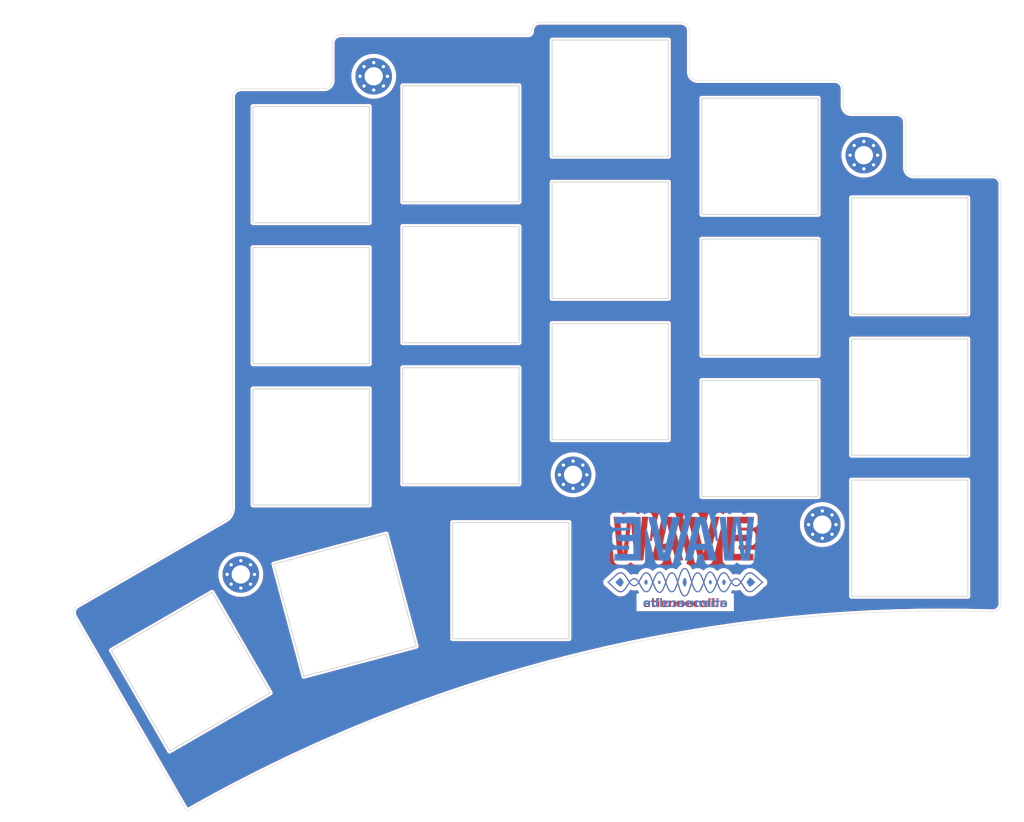
<source format=kicad_pcb>
(kicad_pcb (version 20221018) (generator pcbnew)
  (title_block (title "Wave Switch Plate") (date "2023-09-06") (rev "0.0.1"))
  (layers (0 "F.Cu" signal) (31 "B.Cu" signal) (34 "B.Paste" user) (35 "F.Paste" user) (36 "B.SilkS" user "B.Silkscreen") (37 "F.SilkS" user "F.Silkscreen") (38 "B.Mask" user) (39 "F.Mask" user) (44 "Edge.Cuts" user))
  (net 0 "")
  (footprint "custom:Kailh_PG1350_plate_cutout" (layer "F.Cu") (at 63.472 73.6448 180)
    (fp_text reference "SW_11" hide)
    (fp_text value "Hole" hide)
    (fp_rect (start -7 -7) (end 7 7) (stroke (width 0.1)) (fill none) (layer "Edge.Cuts"))
  )
  (footprint "custom:Kailh_PG1350_plate_cutout" (layer "F.Cu") (at 81.486 54.0868 180)
    (fp_text reference "SW_7" hide)
    (fp_text value "Hole" hide)
    (fp_rect (start -7 -7) (end 7 7) (stroke (width 0.1)) (fill none) (layer "Edge.Cuts"))
  )
  (footprint "custom:Kailh_PG1350_plate_cutout" (layer "F.Cu") (at 99.474 65.7708 180)
    (fp_text reference "SW_13" hide)
    (fp_text value "Hole" hide)
    (fp_rect (start -7 -7) (end 7 7) (stroke (width 0.1)) (fill none) (layer "Edge.Cuts"))
  )
  (footprint "custom:Kailh_PG1350_plate_cutout" (layer "F.Cu") (at 117.5 72.6288 180)
    (fp_text reference "SW_14" hide)
    (fp_text value "Hole" hide)
    (fp_rect (start -7 -7) (end 7 7) (stroke (width 0.1)) (fill none) (layer "Edge.Cuts"))
  )
  (footprint "custom:Kailh_PG1350_plate_cutout" (layer "F.Cu") (at 63.472 39.6368 180)
    (fp_text reference "SW_1" hide)
    (fp_text value "Hole" hide)
    (fp_rect (start -7 -7) (end 7 7) (stroke (width 0.1)) (fill none) (layer "Edge.Cuts"))
  )
  (footprint "custom:Kailh_PG1350_plate_cutout" (layer "F.Cu") (at 81.486 37.1368 180)
    (fp_text reference "SW_2" hide)
    (fp_text value "Hole" hide)
    (fp_rect (start -7 -7) (end 7 7) (stroke (width 0.1)) (fill none) (layer "Edge.Cuts"))
  )
  (footprint "custom:Kailh_PG1350_plate_cutout" (layer "F.Cu") (at 135.518 50.6368 180)
    (fp_text reference "SW_5" hide)
    (fp_text value "Hole" hide)
    (fp_rect (start -7 -7) (end 7 7) (stroke (width 0.1)) (fill none) (layer "Edge.Cuts"))
  )
  (footprint "custom:Kailh_PG1350_plate_cutout" (layer "F.Cu") (at 81.486 71.1048 180)
    (fp_text reference "SW_12" hide)
    (fp_text value "Hole" hide)
    (fp_rect (start -7 -7) (end 7 7) (stroke (width 0.1)) (fill none) (layer "Edge.Cuts"))
  )
  (footprint "custom:Kailh_PG1350_plate_cutout" (layer "F.Cu") (at 99.474 31.6368 180)
    (fp_text reference "SW_3" hide)
    (fp_text value "Hole" hide)
    (fp_rect (start -7 -7) (end 7 7) (stroke (width 0.1)) (fill none) (layer "Edge.Cuts"))
  )
  (footprint "custom:Kailh_PG1350_plate_cutout" (layer "F.Cu") (at 135.518 84.6368 180)
    (fp_text reference "SW_15" hide)
    (fp_text value "Hole" hide)
    (fp_rect (start -7 -7) (end 7 7) (stroke (width 0.1)) (fill none) (layer "Edge.Cuts"))
  )
  (footprint "custom:Kailh_PG1350_plate_cutout" (layer "F.Cu") (at 63.472 56.6268 180)
    (fp_text reference "SW_6" hide)
    (fp_text value "Hole" hide)
    (fp_rect (start -7 -7) (end 7 7) (stroke (width 0.1)) (fill none) (layer "Edge.Cuts"))
  )
  (footprint "custom:Kailh_PG1350_plate_cutout" (layer "F.Cu") (at 117.5 38.6368 180)
    (fp_text reference "SW_4" hide)
    (fp_text value "Hole" hide)
    (fp_rect (start -7 -7) (end 7 7) (stroke (width 0.1)) (fill none) (layer "Edge.Cuts"))
  )
  (footprint "custom:Kailh_PG1350_plate_cutout" (layer "F.Cu") (at 117.5 55.6108 180)
    (fp_text reference "SW_9" hide)
    (fp_text value "Hole" hide)
    (fp_rect (start -7 -7) (end 7 7) (stroke (width 0.1)) (fill none) (layer "Edge.Cuts"))
  )
  (footprint "custom:Kailh_PG1350_plate_cutout" (layer "F.Cu") (at 67.547961 92.698962 -165)
    (fp_text reference "SW_17" hide)
    (fp_text value "Hole" hide)
    (fp_rect (start -7 -7) (end 7 7) (stroke (width 0.1)) (fill none) (layer "Edge.Cuts"))
  )
  (footprint "custom:Kailh_PG1350_plate_cutout" (layer "F.Cu") (at 99.474 48.7528 180)
    (fp_text reference "SW_8" hide)
    (fp_text value "Hole" hide)
    (fp_rect (start -7 -7) (end 7 7) (stroke (width 0.1)) (fill none) (layer "Edge.Cuts"))
  )
  (footprint "custom:Kailh_PG1350_plate_cutout" (layer "F.Cu") (at 48.987961 100.709962 120)
    (fp_text reference "SW_16" hide)
    (fp_text value "Hole" hide)
    (fp_rect (start -7 -7) (end 7 7) (stroke (width 0.1)) (fill none) (layer "Edge.Cuts"))
  )
  (footprint "custom:Kailh_PG1350_plate_cutout" (layer "F.Cu") (at 135.518 67.6368 180)
    (fp_text reference "SW_10" hide)
    (fp_text value "Hole" hide)
    (fp_rect (start -7 -7) (end 7 7) (stroke (width 0.1)) (fill none) (layer "Edge.Cuts"))
  )
  (footprint "custom:MountingHole_2.2mm_M2_Pad_Via" (layer "F.Cu") (at 125 83)
    (fp_text reference "H_3")
    (fp_text value "Hole")
    (pad "1" thru_hole circle (at -1.65 0) (size 0.7 0.7) (drill 0.4) (layers "*.Cu" "*.Mask"))
    (pad "1" thru_hole circle (at -1.166726 -1.166726) (size 0.7 0.7) (drill 0.4) (layers "*.Cu" "*.Mask"))
    (pad "1" thru_hole circle (at -1.166726 1.166726) (size 0.7 0.7) (drill 0.4) (layers "*.Cu" "*.Mask"))
    (pad "1" thru_hole circle (at 0 -1.65) (size 0.7 0.7) (drill 0.4) (layers "*.Cu" "*.Mask"))
    (pad "1" thru_hole circle (at 0 0) (size 4.4 4.4) (drill 2.2) (layers "*.Cu" "*.Mask"))
    (pad "1" thru_hole circle (at 0 1.65) (size 0.7 0.7) (drill 0.4) (layers "*.Cu" "*.Mask"))
    (pad "1" thru_hole circle (at 1.166726 -1.166726) (size 0.7 0.7) (drill 0.4) (layers "*.Cu" "*.Mask"))
    (pad "1" thru_hole circle (at 1.166726 1.166726) (size 0.7 0.7) (drill 0.4) (layers "*.Cu" "*.Mask"))
    (pad "1" thru_hole circle (at 1.65 0) (size 0.7 0.7) (drill 0.4) (layers "*.Cu" "*.Mask"))
  )
  (footprint "custom:Kailh_PG1350_plate_cutout" (layer "F.Cu") (at 87.5 89.739711 180)
    (fp_text reference "SW_18" hide)
    (fp_text value "Hole" hide)
    (fp_rect (start -7 -7) (end 7 7) (stroke (width 0.1)) (fill none) (layer "Edge.Cuts"))
  )
  (footprint "custom:MountingHole_2.2mm_M2_Pad_Via" (layer "F.Cu") (at 55 89)
    (fp_text reference "H_1")
    (fp_text value "Hole")
    (pad "1" thru_hole circle (at -1.65 0) (size 0.7 0.7) (drill 0.4) (layers "*.Cu" "*.Mask"))
    (pad "1" thru_hole circle (at -1.166726 -1.166726) (size 0.7 0.7) (drill 0.4) (layers "*.Cu" "*.Mask"))
    (pad "1" thru_hole circle (at -1.166726 1.166726) (size 0.7 0.7) (drill 0.4) (layers "*.Cu" "*.Mask"))
    (pad "1" thru_hole circle (at 0 -1.65) (size 0.7 0.7) (drill 0.4) (layers "*.Cu" "*.Mask"))
    (pad "1" thru_hole circle (at 0 0) (size 4.4 4.4) (drill 2.2) (layers "*.Cu" "*.Mask"))
    (pad "1" thru_hole circle (at 0 1.65) (size 0.7 0.7) (drill 0.4) (layers "*.Cu" "*.Mask"))
    (pad "1" thru_hole circle (at 1.166726 -1.166726) (size 0.7 0.7) (drill 0.4) (layers "*.Cu" "*.Mask"))
    (pad "1" thru_hole circle (at 1.166726 1.166726) (size 0.7 0.7) (drill 0.4) (layers "*.Cu" "*.Mask"))
    (pad "1" thru_hole circle (at 1.65 0) (size 0.7 0.7) (drill 0.4) (layers "*.Cu" "*.Mask"))
  )
  (footprint "custom:MountingHole_2.2mm_M2_Pad_Via" (layer "F.Cu") (at 95 77)
    (fp_text reference "H_2")
    (fp_text value "Hole")
    (pad "1" thru_hole circle (at -1.65 0) (size 0.7 0.7) (drill 0.4) (layers "*.Cu" "*.Mask"))
    (pad "1" thru_hole circle (at -1.166726 -1.166726) (size 0.7 0.7) (drill 0.4) (layers "*.Cu" "*.Mask"))
    (pad "1" thru_hole circle (at -1.166726 1.166726) (size 0.7 0.7) (drill 0.4) (layers "*.Cu" "*.Mask"))
    (pad "1" thru_hole circle (at 0 -1.65) (size 0.7 0.7) (drill 0.4) (layers "*.Cu" "*.Mask"))
    (pad "1" thru_hole circle (at 0 0) (size 4.4 4.4) (drill 2.2) (layers "*.Cu" "*.Mask"))
    (pad "1" thru_hole circle (at 0 1.65) (size 0.7 0.7) (drill 0.4) (layers "*.Cu" "*.Mask"))
    (pad "1" thru_hole circle (at 1.166726 -1.166726) (size 0.7 0.7) (drill 0.4) (layers "*.Cu" "*.Mask"))
    (pad "1" thru_hole circle (at 1.166726 1.166726) (size 0.7 0.7) (drill 0.4) (layers "*.Cu" "*.Mask"))
    (pad "1" thru_hole circle (at 1.65 0) (size 0.7 0.7) (drill 0.4) (layers "*.Cu" "*.Mask"))
  )
  (footprint "custom:logo_username" (layer "F.Cu") (at 108.5 92.5)
    (fp_text reference "name" hide)
    (fp_text value "logo_username" hide)
    (fp_text user "etiennecollin" (at 0 0 unlocked) (layer "F.Cu") (effects (font (thickness 0.25) bold)))
    (fp_text user "etiennecollin" (at 0 0 unlocked) (layer "B.Cu") (effects (font (thickness 0.25) bold) (justify mirror)))
  )
  (footprint "custom:logo_wave" (layer "F.Cu") (at 108.5 87.5)
    (fp_text reference "LOGO***" hide)
    (fp_text value "logo_wave_back" hide)
    (fp_poly (pts (xy 8.207242 -5.047253) (xy 8.207242 -4.651832) (xy 7.063417 -4.651832) (xy 5.919591 -4.651832) (xy 5.919591 -3.96566) (xy 5.919591 -3.279487) (xy 6.933705 -3.279487) (xy 7.947818 -3.279487) (xy 7.947818 -2.895696) (xy 7.947818 -2.511905) (xy 6.933705 -2.511905) (xy 5.919591 -2.511905) (xy 5.919591 -1.744323) (xy 5.919591 -0.97674) (xy 7.063417 -0.97674) (xy 8.207242 -0.97674) (xy 8.207242 -0.581319) (xy 8.207242 -0.185898) (xy 6.61532 -0.185898) (xy 5.023398 -0.185898) (xy 5.023398 -2.814286) (xy 5.023398 -5.442674) (xy 6.61532 -5.442674) (xy 8.207242 -5.442674)) (fill solid) (layer "F.Cu"))
    (fp_poly (pts (xy 1.224539 -5.355449) (xy 1.235148 -5.313272) (xy 1.255336 -5.230191) (xy 1.28406 -5.110625) (xy 1.320276 -4.958996) (xy 1.362943 -4.779724) (xy 1.411017 -4.57723) (xy 1.463455 -4.355934) (xy 1.519215 -4.120257) (xy 1.577254 -3.87462) (xy 1.636528 -3.623443) (xy 1.695995 -3.371147) (xy 1.754612 -3.122153) (xy 1.811336 -2.880881) (xy 1.865125 -2.651751) (xy 1.914935 -2.439185) (xy 1.959724 -2.247603) (xy 1.998449 -2.081426) (xy 2.030066 -1.945074) (xy 2.053534 -1.842968) (xy 2.06271 -1.802473) (xy 2.093268 -1.662958) (xy 2.122726 -1.522373) (xy 2.148209 -1.394837) (xy 2.166846 -1.294468) (xy 2.17053 -1.27264) (xy 2.186282 -1.18633) (xy 2.201628 -1.119681) (xy 2.213762 -1.084485) (xy 2.215865 -1.08204) (xy 2.226767 -1.098459) (xy 2.241565 -1.150657) (xy 2.257493 -1.228357) (xy 2.261456 -1.251342) (xy 2.273337 -1.315718) (xy 2.293318 -1.414338) (xy 2.321633 -1.548246) (xy 2.358515 -1.718488) (xy 2.404197 -1.926109) (xy 2.458912 -2.172156) (xy 2.522893 -2.457673) (xy 2.596374 -2.783705) (xy 2.679587 -3.151299) (xy 2.772765 -3.561499) (xy 2.876142 -4.015351) (xy 2.944418 -4.314561) (xy 3.199344 -5.431044) (xy 3.665024 -5.437357) (xy 3.824163 -5.439275) (xy 3.942045 -5.4398) (xy 4.024569 -5.438477) (xy 4.077638 -5.434853) (xy 4.107152 -5.428472) (xy 4.119011 -5.418881) (xy 4.119116 -5.405625) (xy 4.118238 -5.402467) (xy 4.110939 -5.374877) (xy 4.092877 -5.305076) (xy 4.064795 -5.195968) (xy 4.027436 -5.050457) (xy 3.981544 -4.871445) (xy 3.927861 -4.661838) (xy 3.867131 -4.424538) (xy 3.800098 -4.16245) (xy 3.727504 -3.878476) (xy 3.650094 -3.575521) (xy 3.568609 -3.256489) (xy 3.483794 -2.924283) (xy 3.455718 -2.814286) (xy 3.36998 -2.478443) (xy 3.287323 -2.154841) (xy 3.208491 -1.846382) (xy 3.134229 -1.555971) (xy 3.065279 -1.286509) (xy 3.002385 -1.0409) (xy 2.946292 -0.822047) (xy 2.897743 -0.632853) (xy 2.857482 -0.47622) (xy 2.826252 -0.355053) (xy 2.804798 -0.272254) (xy 2.793864 -0.230725) (xy 2.792701 -0.226603) (xy 2.785421 -0.213956) (xy 2.768961 -0.204221) (xy 2.73779 -0.197022) (xy 2.68638 -0.191983) (xy 2.609203 -0.188728) (xy 2.500729 -0.18688) (xy 2.35543 -0.186063) (xy 2.194664 -0.185898) (xy 1.609591 -0.185898) (xy 1.453802 -0.796475) (xy 1.424015 -0.913177) (xy 1.383873 -1.070371) (xy 1.334559 -1.263441) (xy 1.27725 -1.487772) (xy 1.213126 -1.738746) (xy 1.143367 -2.011748) (xy 1.069153 -2.302162) (xy 0.991662 -2.605371) (xy 0.912075 -2.91676) (xy 0.831571 -3.231713) (xy 0.782197 -3.424863) (xy 0.26638 -5.442674) (xy 0.733674 -5.442674) (xy 1.200967 -5.442674)) (fill solid) (layer "F.Cu"))
    (fp_poly (pts (xy -0.924516 -2.843749) (xy -0.837633 -2.504761) (xy -0.754065 -2.178166) (xy -0.674534 -1.866817) (xy -0.599764 -1.573567) (xy -0.530477 -1.301269) (xy -0.467396 -1.052776) (xy -0.411244 -0.830941) (xy -0.362743 -0.638617) (xy -0.322617 -0.478658) (xy -0.291587 -0.353915) (xy -0.270378 -0.267243) (xy -0.259711 -0.221494) (xy -0.258544 -0.214973) (xy -0.270128 -0.204427) (xy -0.307303 -0.196567) (xy -0.374792 -0.191094) (xy -0.477317 -0.18771) (xy -0.619601 -0.186118) (xy -0.719313 -0.185898) (xy -0.860774 -0.186516) (xy -0.984603 -0.188239) (xy -1.08365 -0.190869) (xy -1.150766 -0.194209) (xy -1.178801 -0.198062) (xy -1.179202 -0.198594) (xy -1.184195 -0.223743) (xy -1.198282 -0.288282) (xy -1.22012 -0.386231) (xy -1.248369 -0.511614) (xy -1.281687 -0.65845) (xy -1.318734 -0.820763) (xy -1.320706 -0.829376) (xy -1.357884 -0.992083) (xy -1.391408 -1.139397) (xy -1.41994 -1.26539) (xy -1.44214 -1.36413) (xy -1.456671 -1.429686) (xy -1.462194 -1.45613) (xy -1.46221 -1.456332) (xy -1.484833 -1.458555) (xy -1.548857 -1.460573) (xy -1.648516 -1.462316) (xy -1.778044 -1.46371) (xy -1.931673 -1.464683) (xy -2.103638 -1.465163) (xy -2.169282 -1.465202) (xy -2.876353 -1.465202) (xy -2.892847 -1.401236) (xy -2.90252 -1.361365) (xy -2.920987 -1.283123) (xy -2.946614 -1.173512) (xy -2.977768 -1.03953) (xy -3.012818 -0.888179) (xy -3.040696 -0.767399) (xy -3.172052 -0.197528) (xy -3.638412 -0.191219) (xy -4.104771 -0.18491) (xy -4.088546 -0.249369) (xy -4.080745 -0.280056) (xy -4.062182 -0.352926) (xy -4.033603 -0.465046) (xy -3.995756 -0.613484) (xy -3.949389 -0.795311) (xy -3.895249 -1.007593) (xy -3.834085 -1.247399) (xy -3.766644 -1.511799) (xy -3.693674 -1.797859) (xy -3.615922 -2.10265) (xy -3.581625 -2.23709) (xy -2.703909 -2.23709) (xy -2.694862 -2.227119) (xy -2.669919 -2.219882) (xy -2.623552 -2.214945) (xy -2.55023 -2.211875) (xy -2.444424 -2.21024) (xy -2.300603 -2.209605) (xy -2.183112 -2.209524) (xy -2.004294 -2.210064) (xy -1.867884 -2.211861) (xy -1.769133 -2.215182) (xy -1.703293 -2.220297) (xy -1.665616 -2.227471) (xy -1.651351 -2.236972) (xy -1.650882 -2.239498) (xy -1.655872 -2.268216) (xy -1.670095 -2.337204) (xy -1.692432 -2.441344) (xy -1.721761 -2.575518) (xy -1.756964 -2.734611) (xy -1.79692 -2.913505) (xy -1.840509 -3.107084) (xy -1.849092 -3.145022) (xy -1.896066 -3.353594) (xy -1.941984 -3.559482) (xy -1.985282 -3.755523) (xy -2.024394 -3.934555) (xy -2.057755 -4.089418) (xy -2.0838 -4.212948) (xy -2.100485 -4.295497) (xy -2.122383 -4.403727) (xy -2.142666 -4.495044) (xy -2.15907 -4.559817) (xy -2.169316 -4.5884) (xy -2.180795 -4.576719) (xy -2.196333 -4.5291) (xy -2.212719 -4.455571) (xy -2.213976 -4.448839) (xy -2.224455 -4.396615) (xy -2.24343 -4.30685) (xy -2.269654 -4.185152) (xy -2.301881 -4.037128) (xy -2.338864 -3.868386) (xy -2.379358 -3.684533) (xy -2.422116 -3.491176) (xy -2.465892 -3.293923) (xy -2.50944 -3.098381) (xy -2.551514 -2.910157) (xy -2.590867 -2.73486) (xy -2.626254 -2.578096) (xy -2.656427 -2.445472) (xy -2.680142 -2.342597) (xy -2.696152 -2.275077) (xy -2.702592 -2.250229) (xy -2.703909 -2.23709) (xy -3.581625 -2.23709) (xy -3.534136 -2.423238) (xy -3.449063 -2.756694) (xy -3.419534 -2.872436) (xy -2.766748 -5.431044) (xy -2.179058 -5.437247) (xy -1.591369 -5.44345)) (fill solid) (layer "F.Cu"))
    (fp_poly (pts (xy -8.114768 -5.442473) (xy -8.013771 -5.44124) (xy -7.945932 -5.438033) (xy -7.904246 -5.431911) (xy -7.881708 -5.42193) (xy -7.871312 -5.407149) (xy -7.86684 -5.390339) (xy -7.861353 -5.35085) (xy -7.852369 -5.2692) (xy -7.840257 -5.149594) (xy -7.825384 -4.996234) (xy -7.80812 -4.813324) (xy -7.788832 -4.605069) (xy -7.767889 -4.37567) (xy -7.745659 -4.129332) (xy -7.722512 -3.870258) (xy -7.698814 -3.602652) (xy -7.674935 -3.330717) (xy -7.651243 -3.058656) (xy -7.628106 -2.790673) (xy -7.605893 -2.530972) (xy -7.584972 -2.283756) (xy -7.565712 -2.053228) (xy -7.548481 -1.843592) (xy -7.533647 -1.659051) (xy -7.521579 -1.503809) (xy -7.512646 -1.38207) (xy -7.507214 -1.298036) (xy -7.505985 -1.272974) (xy -7.500592 -1.153675) (xy -7.494697 -1.053853) (xy -7.488871 -0.981268) (xy -7.483681 -0.943684) (xy -7.48158 -0.940359) (xy -7.475897 -0.965861) (xy -7.466739 -1.030202) (xy -7.455023 -1.125902) (xy -7.441665 -1.245484) (xy -7.428049 -1.376818) (xy -7.418179 -1.469019) (xy -7.40293 -1.60272) (xy -7.382872 -1.77327) (xy -7.358572 -1.976021) (xy -7.330598 -2.206323) (xy -7.299518 -2.459526) (xy -7.2659 -2.730981) (xy -7.230312 -3.016038) (xy -7.193322 -3.310048) (xy -7.155499 -3.608362) (xy -7.153693 -3.622545) (xy -6.921913 -5.442617) (xy -6.532012 -5.442646) (xy -6.142111 -5.442674) (xy -5.887685 -3.285302) (xy -5.85052 -2.970528) (xy -5.814583 -2.666841) (xy -5.780287 -2.377703) (xy -5.748045 -2.106572) (xy -5.718274 -1.856907) (xy -5.691385 -1.632168) (xy -5.667794 -1.435814) (xy -5.647913 -1.271305) (xy -5.632158 -1.142099) (xy -5.620942 -1.051656) (xy -5.61468 -1.003435) (xy -5.614185 -1) (xy -5.603531 -0.933888) (xy -5.597116 -0.911278) (xy -5.593556 -0.929485) (xy -5.592263 -0.957445) (xy -5.588733 -1.036161) (xy -5.58245 -1.141192) (xy -5.573251 -1.274541) (xy -5.56097 -1.438215) (xy -5.545442 -1.634219) (xy -5.526502 -1.864559) (xy -5.503986 -2.131239) (xy -5.477729 -2.436266) (xy -5.447566 -2.781645) (xy -5.413332 -3.169381) (xy -5.375888 -3.59) (xy -5.350238 -3.877286) (xy -5.32582 -4.150989) (xy -5.302948 -4.407596) (xy -5.281932 -4.643599) (xy -5.263084 -4.855488) (xy -5.246718 -5.03975) (xy -5.233144 -5.192878) (xy -5.222674 -5.311359) (xy -5.215621 -5.391684) (xy -5.212296 -5.430343) (xy -5.212071 -5.433361) (xy -5.189801 -5.436501) (xy -5.128246 -5.43919) (xy -5.035288 -5.441232) (xy -4.91881 -5.442435) (xy -4.833658 -5.442674) (xy -4.455244 -5.442674) (xy -4.467857 -5.367079) (xy -4.472065 -5.334064) (xy -4.480982 -5.257912) (xy -4.494263 -5.141736) (xy -4.51156 -4.988652) (xy -4.532526 -4.801774) (xy -4.556814 -4.584215) (xy -4.584077 -4.339091) (xy -4.613969 -4.069516) (xy -4.646141 -3.778605) (xy -4.680248 -3.469471) (xy -4.715941 -3.145229) (xy -4.752294 -2.814286) (xy -4.789212 -2.478202) (xy -4.824884 -2.154152) (xy -4.858962 -1.845252) (xy -4.891101 -1.554616) (xy -4.920953 -1.28536) (xy -4.948171 -1.040599) (xy -4.972408 -0.823448) (xy -4.993317 -0.637022) (xy -5.010551 -0.484437) (xy -5.023763 -0.368807) (xy -5.032606 -0.293248) (xy -5.036706 -0.261034) (xy -5.049295 -0.184979) (xy -5.549184 -0.191253) (xy -6.049073 -0.197528) (xy -6.241957 -1.930403) (xy -6.274404 -2.223424) (xy -6.306199 -2.51345) (xy -6.336822 -2.795548) (xy -6.365749 -3.064782) (xy -6.392459 -3.316218) (xy -6.416431 -3.544922) (xy -6.437143 -3.74596) (xy -6.454073 -3.914396) (xy -6.4667 -4.045296) (xy -6.473115 -4.11685) (xy -6.490208 -4.317376) (xy -6.50419 -4.473194) (xy -6.515679 -4.585971) (xy -6.525293 -4.657374) (xy -6.533651 -4.689069) (xy -6.541371 -4.682724) (xy -6.549071 -4.640004) (xy -6.55737 -4.562578) (xy -6.566886 -4.45211) (xy -6.572346 -4.384341) (xy -6.57898 -4.31207) (xy -6.590293 -4.201607) (xy -6.605807 -4.057005) (xy -6.625046 -3.882318) (xy -6.647531 -3.681599) (xy -6.672785 -3.4589) (xy -6.700331 -3.218277) (xy -6.729692 -2.963782) (xy -6.760389 -2.699469) (xy -6.791946 -2.42939) (xy -6.823885 -2.1576) (xy -6.855728 -1.888152) (xy -6.886999 -1.625099) (xy -6.917219 -1.372495) (xy -6.945911 -1.134393) (xy -6.972599 -0.914846) (xy -6.996803 -0.717909) (xy -7.018048 -0.547633) (xy -7.035855 -0.408074) (xy -7.049747 -0.303284) (xy -7.059246 -0.237316) (xy -7.063445 -0.214973) (xy -7.079064 -0.204673) (xy -7.120697 -0.196906) (xy -7.192872 -0.191413) (xy -7.300117 -0.187932) (xy -7.44696 -0.186204) (xy -7.569284 -0.185898) (xy -7.733963 -0.186006) (xy -7.85755 -0.186748) (xy -7.946121 -0.188753) (xy -8.005752 -0.192647) (xy -8.042518 -0.199057) (xy -8.062496 -0.208612) (xy -8.071761 -0.221939) (xy -8.076082 -0.238233) (xy -8.079965 -0.268028) (xy -8.088321 -0.341038) (xy -8.100821 -0.454199) (xy -8.117141 -0.604447) (xy -8.136954 -0.788719) (xy -8.159934 -1.00395) (xy -8.185754 -1.247077) (xy -8.214089 -1.515036) (xy -8.244612 -1.804762) (xy -8.276998 -2.113193) (xy -8.31092 -2.437263) (xy -8.346051 -2.77391) (xy -8.347835 -2.791026) (xy -8.383068 -3.128777) (xy -8.417132 -3.454481) (xy -8.449696 -3.765038) (xy -8.480434 -4.057345) (xy -8.509014 -4.328302) (xy -8.535109 -4.574806) (xy -8.558388 -4.793757) (xy -8.578524 -4.982052) (xy -8.595188 -5.136592) (xy -8.608049 -5.254273) (xy -8.616779 -5.331996) (xy -8.62105 -5.366657) (xy -8.621119 -5.367079) (xy -8.633892 -5.442674) (xy -8.255929 -5.442674)) (fill solid) (layer "F.Cu"))
    (fp_poly (pts (xy 0.050558 0.740554) (xy 0.158475 0.792665) (xy 0.2538 0.868853) (xy 0.272161 0.888861) (xy 0.339498 0.985884) (xy 0.412906 1.126432) (xy 0.491383 1.308036) (xy 0.573924 1.528227) (xy 0.659529 1.784535) (xy 0.730739 2.017994) (xy 0.755306 2.098475) (xy 0.775268 2.15807) (xy 0.78692 2.18585) (xy 0.787881 2.18663) (xy 0.798448 2.166343) (xy 0.819172 2.112905) (xy 0.845762 2.037448) (xy 0.848408 2.029624) (xy 0.929315 1.81638) (xy 1.018441 1.629703) (xy 1.112848 1.474313) (xy 1.209596 1.354931) (xy 1.305745 1.276278) (xy 1.323658 1.266351) (xy 1.410207 1.240789) (xy 1.516203 1.234478) (xy 1.618154 1.247418) (xy 1.671514 1.266351) (xy 1.753977 1.327539) (xy 1.842722 1.42696) (xy 1.933361 1.557533) (xy 2.02151 1.712175) (xy 2.10278 1.883806) (xy 2.172787 2.065343) (xy 2.180387 2.087955) (xy 2.20987 2.163382) (xy 2.234459 2.193424) (xy 2.255885 2.178755) (xy 2.274717 2.124684) (xy 2.301756 2.03904) (xy 2.344894 1.925214) (xy 2.39846 1.796291) (xy 2.456782 1.665359) (xy 2.514188 1.545502) (xy 2.565006 1.449807) (xy 2.573454 1.435428) (xy 2.66891 1.299325) (xy 2.767208 1.20673) (xy 2.872445 1.154645) (xy 2.977458 1.139927) (xy 3.09442 1.153501) (xy 3.20296 1.196055) (xy 3.305484 1.270338) (xy 3.404398 1.379097) (xy 3.502106 1.52508) (xy 3.601016 1.711036) (xy 3.703532 1.939712) (xy 3.726727 1.995827) (xy 3.764977 2.088075) (xy 3.797186 2.162994) (xy 3.81909 2.210815) (xy 3.825799 2.222758) (xy 3.83862 2.207943) (xy 3.862972 2.159093) (xy 3.894168 2.085858) (xy 3.902569 2.064659) (xy 4.010339 1.814749) (xy 4.1208 1.610504) (xy 4.234665 1.45111) (xy 4.352648 1.335754) (xy 4.475463 1.263621) (xy 4.603824 1.233897) (xy 4.631787 1.232967) (xy 4.744986 1.244902) (xy 4.850613 1.282896) (xy 4.952126 1.35023) (xy 5.052982 1.450185) (xy 5.156637 1.586043) (xy 5.266548 1.761084) (xy 5.354678 1.919139) (xy 5.407657 2.017167) (xy 5.45999 2.112666) (xy 5.502356 2.188665) (xy 5.511137 2.204092) (xy 5.56784 2.302965) (xy 5.683263 2.166174) (xy 5.810799 2.042236) (xy 5.944513 1.964169) (xy 6.082876 1.931949) (xy 6.224361 1.94555) (xy 6.367443 2.00495) (xy 6.510593 2.110123) (xy 6.582355 2.180547) (xy 6.714479 2.321417) (xy 6.806132 2.166798) (xy 6.955658 1.923746) (xy 7.092371 1.722016) (xy 7.218979 1.559002) (xy 7.338191 1.432098) (xy 7.452718 1.338697) (xy 7.565267 1.276192) (xy 7.678549 1.241978) (xy 7.776581 1.233194) (xy 7.870337 1.238237) (xy 7.960389 1.255739) (xy 8.051471 1.288721) (xy 8.148321 1.340206) (xy 8.255673 1.413216) (xy 8.378265 1.510772) (xy 8.520832 1.635899) (xy 8.688109 1.791616) (xy 8.761467 1.861673) (xy 8.880295 1.974319) (xy 8.996785 2.08212) (xy 9.103695 2.178567) (xy 9.193779 2.257152) (xy 9.259794 2.311369) (xy 9.27362 2.321763) (xy 9.350933 2.382661) (xy 9.387861 2.428836) (xy 9.385207 2.468234) (xy 9.343773 2.508804) (xy 9.295663 2.540029) (xy 9.252668 2.571939) (xy 9.182776 2.630753) (xy 9.09258 2.710615) (xy 8.98867 2.805665) (xy 8.877637 2.910049) (xy 8.855803 2.93091) (xy 8.669163 3.107808) (xy 8.510245 3.25346) (xy 8.374702 3.370738) (xy 8.258189 3.46251) (xy 8.15636 3.531648) (xy 8.06487 3.581023) (xy 7.979372 3.613504) (xy 7.895523 3.631962) (xy 7.808974 3.639267) (xy 7.78273 3.63971) (xy 7.640762 3.628662) (xy 7.535097 3.595309) (xy 7.426085 3.524667) (xy 7.305582 3.412571) (xy 7.176166 3.261973) (xy 7.040413 3.075822) (xy 6.924797 2.896472) (xy 6.715425 2.554751) (xy 6.61034 2.673228) (xy 6.469909 2.806161) (xy 6.325905 2.894216) (xy 6.180887 2.937342) (xy 6.037413 2.935485) (xy 5.898042 2.888592) (xy 5.765332 2.796611) (xy 5.667402 2.692677) (xy 5.618669 2.634353) (xy 5.581646 2.594375) (xy 5.566296 2.582327) (xy 5.550971 2.601735) (xy 5.519627 2.653758) (xy 5.477479 2.729472) (xy 5.447911 2.784964) (xy 5.326786 3.00787) (xy 5.217734 3.1905) (xy 5.117831 3.336685) (xy 5.024157 3.450258) (xy 4.93379 3.53505) (xy 4.843809 3.594891) (xy 4.821859 3.606008) (xy 4.687972 3.646286) (xy 4.55382 3.640841) (xy 4.422496 3.59035) (xy 4.297098 3.495489) (xy 4.291287 3.489838) (xy 4.209449 3.397851) (xy 4.131477 3.284608) (xy 4.053346 3.14319) (xy 3.971031 2.966676) (xy 3.927741 2.864772) (xy 3.828043 2.624142) (xy 3.773087 2.771732) (xy 3.715686 2.914513) (xy 3.648256 3.064061) (xy 3.575912 3.210519) (xy 3.503768 3.344033) (xy 3.436937 3.454748) (xy 3.380533 3.532808) (xy 3.374648 3.539581) (xy 3.25257 3.650456) (xy 3.125541 3.718027) (xy 2.997361 3.741945) (xy 2.871829 3.721859) (xy 2.752747 3.657421) (xy 2.690878 3.602435) (xy 2.632637 3.528395) (xy 2.565324 3.419981) (xy 2.494152 3.287153) (xy 2.424329 3.139872) (xy 2.361065 2.988101) (xy 2.339695 2.930952) (xy 2.305692 2.837278) (xy 2.276038 2.756576) (xy 2.255472 2.7017) (xy 2.250828 2.689805) (xy 2.238212 2.677438) (xy 2.220264 2.697497) (xy 2.194095 2.754546) (xy 2.16978 2.817736) (xy 2.071393 3.062017) (xy 1.97346 3.261521) (xy 1.874603 3.417956) (xy 1.773445 3.533031) (xy 1.668607 3.608453) (xy 1.558712 3.64593) (xy 1.497586 3.650993) (xy 1.388165 3.630542) (xy 1.275516 3.574175) (xy 1.173407 3.48937) (xy 1.148452 3.461391) (xy 1.08192 3.369695) (xy 1.017258 3.255113) (xy 0.951011 3.11064) (xy 0.879726 2.929273) (xy 0.861251 2.87883) (xy 0.78641 2.672098) (xy 0.685449 3.005051) (xy 0.612655 3.233546) (xy 0.538923 3.443294) (xy 0.466771 3.627917) (xy 0.398722 3.781041) (xy 0.337296 3.896292) (xy 0.325923 3.914396) (xy 0.235082 4.02168) (xy 0.12615 4.098741) (xy 0.008262 4.141556) (xy -0.109448 4.1461) (xy -0.167799 4.131915) (xy -0.288937 4.073767) (xy -0.386135 3.989822) (xy -0.465262 3.880769) (xy -0.523046 3.772057) (xy -0.588101 3.624993) (xy -0.657687 3.446685) (xy -0.729068 3.244239) (xy -0.799504 3.024765) (xy -0.815839 2.970763) (xy -0.904767 2.673304) (xy -0.979421 2.877723) (xy -1.061802 3.089844) (xy -1.13973 3.260416) (xy -1.216146 3.393834) (xy -1.29399 3.494495) (xy -1.376204 3.566794) (xy -1.465728 3.615126) (xy -1.475284 3.618843) (xy -1.604724 3.644722) (xy -1.730975 3.625775) (xy -1.850045 3.563687) (xy -1.957946 3.460146) (xy -2.005629 3.394638) (xy -2.054774 3.309638) (xy -2.113804 3.192862) (xy -2.177099 3.056471) (xy -2.239041 2.912624) (xy -2.294011 2.77348) (xy -2.299485 2.758728) (xy -2.3415 2.644653) (xy -2.429104 2.886658) (xy -2.497697 3.062721) (xy -2.571342 3.228193) (xy -2.645703 3.374556) (xy -2.716444 3.493292) (xy -2.779231 3.575882) (xy -2.780701 3.577453) (xy -2.892086 3.668282) (xy -3.010541 3.713725) (xy -3.133675 3.713971) (xy -3.259096 3.669208) (xy -3.384415 3.579624) (xy -3.439434 3.525492) (xy -3.501522 3.445808) (xy -3.573034 3.332554) (xy -3.648359 3.196252) (xy -3.721889 3.047427) (xy -3.788015 2.896602) (xy -3.823447 2.805019) (xy -3.852573 2.729307) (xy -3.876679 2.674552) (xy -3.890818 2.651924) (xy -3.891274 2.651831) (xy -3.905136 2.671794) (xy -3.929804 2.724119) (xy -3.95983 2.797207) (xy -4.020009 2.940104) (xy -4.091018 3.089656) (xy -4.165842 3.232312) (xy -4.237464 3.354519) (xy -4.284047 3.423505) (xy -4.368923 3.512171) (xy -4.475204 3.585508) (xy -4.587806 3.634958) (xy -4.686818 3.652014) (xy -4.793485 3.637797) (xy -4.897529 3.593475) (xy -5.00132 3.516546) (xy -5.107229 3.404506) (xy -5.217627 3.254851) (xy -5.334882 3.065078) (xy -5.459961 2.835392) (xy -5.594272 2.576423) (xy -5.727452 2.717686) (xy -5.801921 2.789683) (xy -5.877474 2.851328) (xy -5.939678 2.891038) (xy -5.948314 2.894951) (xy -6.087981 2.928207) (xy -6.231785 2.917171) (xy -6.37526 2.863291) (xy -6.513937 2.768015) (xy -6.600094 2.683791) (xy -6.714602 2.557081) (xy -6.851629 2.784722) (xy -6.990849 3.008743) (xy -7.115732 3.192934) (xy -7.229603 3.3406) (xy -7.335788 3.455045) (xy -7.437614 3.539574) (xy -7.538407 3.597492) (xy -7.641493 3.632102) (xy -7.716762 3.644228) (xy -7.812218 3.646266) (xy -7.907778 3.631569) (xy -8.007508 3.597588) (xy -8.115471 3.541774) (xy -8.235732 3.46158) (xy -8.372353 3.354456) (xy -8.5294 3.217853) (xy -8.710936 3.049224) (xy -8.796843 2.966903) (xy -8.91319 2.85595) (xy -9.023406 2.753354) (xy -9.121393 2.664597) (xy -9.201053 2.595161) (xy -9.256289 2.550526) (xy -9.27208 2.539674) (xy -9.338679 2.494209) (xy -9.366961 2.45503) (xy -9.363402 2.44163) (xy -9.181658 2.44163) (xy -9.113067 2.493261) (xy -9.076249 2.524442) (xy -9.011767 2.582681) (xy -8.925599 2.662428) (xy -8.823721 2.758131) (xy -8.712112 2.864241) (xy -8.667131 2.907349) (xy -8.499961 3.065901) (xy -8.360211 3.193647) (xy -8.243508 3.294147) (xy -8.145483 3.370962) (xy -8.061764 3.427652) (xy -7.987979 3.467778) (xy -7.968281 3.476626) (xy -7.853288 3.506088) (xy -7.726071 3.507792) (xy -7.608471 3.482225) (xy -7.57543 3.467853) (xy -7.499218 3.421415) (xy -7.422954 3.358003) (xy -7.342886 3.273057) (xy -7.255264 3.162019) (xy -7.156335 3.020329) (xy -7.042347 2.843427) (xy -6.983575 2.748568) (xy -6.796559 2.44379) (xy -6.633716 2.44379) (xy -6.540633 2.552103) (xy -6.416197 2.677963) (xy -6.296584 2.758859) (xy -6.179063 2.795742) (xy -6.060904 2.789568) (xy -5.963231 2.753847) (xy -5.907128 2.71406) (xy -5.838798 2.649446) (xy -5.771545 2.574297) (xy -5.718673 2.502901) (xy -5.701736 2.472968) (xy -5.692861 2.439755) (xy -5.695245 2.430861) (xy -5.522418 2.430861) (xy -5.363277 2.733242) (xy -5.259324 2.927067) (xy -5.17068 3.08329) (xy -5.093806 3.20695) (xy -5.025159 3.303088) (xy -4.961198 3.376744) (xy -4.898383 3.432958) (xy -4.846518 3.468794) (xy -4.744896 3.50582) (xy -4.631803 3.506349) (xy -4.524681 3.470639) (xy -4.512898 3.463835) (xy -4.436857 3.402593) (xy -4.360239 3.309853) (xy -4.281163 3.182423) (xy -4.197749 3.017111) (xy -4.108115 2.810725) (xy -4.065988 2.705486) (xy -3.962638 2.441753) (xy -3.967554 2.428858) (xy -3.823576 2.428858) (xy -3.74769 2.6392) (xy -3.688537 2.792742) (xy -3.621594 2.94927) (xy -3.551536 3.099167) (xy -3.48304 3.232819) (xy -3.42078 3.340609) (xy -3.374214 3.407233) (xy -3.284343 3.501851) (xy -3.197991 3.55774) (xy -3.105111 3.580725) (xy -3.072606 3.582081) (xy -3.001898 3.575532) (xy -2.94591 3.549111) (xy -2.890399 3.50061) (xy -2.821369 3.414145) (xy -2.745345 3.285096) (xy -2.66389 3.116628) (xy -2.578568 2.911902) (xy -2.513713 2.738514) (xy -2.407187 2.441406) (xy -2.408763 2.436927) (xy -2.269819 2.436927) (xy -2.204488 2.631605) (xy -2.147341 2.790096) (xy -2.082592 2.950201) (xy -2.015257 3.100782) (xy -1.950358 3.230704) (xy -1.892911 3.32883) (xy -1.885042 3.340412) (xy -1.794851 3.440767) (xy -1.696328 3.498843) (xy -1.593964 3.513678) (xy -1.492245 3.484311) (xy -1.425981 3.438815) (xy -1.371717 3.379671) (xy -1.311986 3.296124) (xy -1.260992 3.208597) (xy -1.217661 3.116175) (xy -1.170149 3.002488) (xy -1.121956 2.87746) (xy -1.076584 2.751014) (xy -1.037534 2.633074) (xy -1.008308 2.533564) (xy -0.992406 2.462409) (xy -0.990529 2.442003) (xy -0.991281 2.436841) (xy -0.825441 2.436841) (xy -0.818289 2.4808) (xy -0.798476 2.560883) (xy -0.768469 2.669152) (xy -0.730734 2.797667) (xy -0.687735 2.938489) (xy -0.64194 3.083679) (xy -0.595814 3.225299) (xy -0.551823 3.35541) (xy -0.512433 3.466072) (xy -0.48011 3.549347) (xy -0.479239 3.551425) (xy -0.393018 3.73493) (xy -0.307063 3.873016) (xy -0.219958 3.966752) (xy -0.130286 4.01721) (xy -0.03663 4.025459) (xy 0.062426 3.992572) (xy 0.08658 3.979026) (xy 0.152482 3.922714) (xy 0.220243 3.831018) (xy 0.29071 3.702071) (xy 0.364725 3.534005) (xy 0.443134 3.324954) (xy 0.526782 3.07305) (xy 0.590087 2.866249) (xy 0.716558 2.441014) (xy 0.716484 2.440757) (xy 0.868311 2.440757) (xy 0.86835 2.442491) (xy 0.878915 2.505338) (xy 0.905052 2.600521) (xy 0.943185 2.717862) (xy 0.98974 2.847179) (xy 1.041141 2.978295) (xy 1.093813 3.101031) (xy 1.117509 3.151923) (xy 1.195345 3.297956) (xy 1.270417 3.402509) (xy 1.347474 3.470029) (xy 1.431263 3.504962) (xy 1.502449 3.512454) (xy 1.569132 3.508637) (xy 1.618682 3.491415) (xy 1.66903 3.452134) (xy 1.708338 3.413084) (xy 1.775489 3.332061) (xy 1.842747 3.225534) (xy 1.912703 3.088456) (xy 1.987944 2.915782) (xy 2.065942 2.716133) (xy 2.168379 2.443164) (xy 2.166352 2.437402) (xy 2.303091 2.437402) (xy 2.403482 2.724882) (xy 2.478805 2.927526) (xy 2.556467 3.112457) (xy 2.633389 3.273411) (xy 2.706495 3.404119) (xy 2.772705 3.498315) (xy 2.795773 3.523584) (xy 2.858373 3.576806) (xy 2.916089 3.600816) (xy 2.973545 3.605494) (xy 3.053908 3.596803) (xy 3.126487 3.575507) (xy 3.134346 3.571792) (xy 3.2305 3.49993) (xy 3.328222 3.381655) (xy 3.427448 3.217048) (xy 3.446636 3.180207) (xy 3.486642 3.097445) (xy 3.53336 2.994115) (xy 3.583131 2.879136) (xy 3.632299 2.76143) (xy 3.677208 2.649918) (xy 3.714201 2.553522) (xy 3.739621 2.481161) (xy 3.749812 2.441758) (xy 3.749861 2.440441) (xy 3.749361 2.438265) (xy 3.896591 2.438265) (xy 4.008465 2.717221) (xy 4.084256 2.896662) (xy 4.160544 3.05968) (xy 4.233559 3.199016) (xy 4.299533 3.307414) (xy 4.347593 3.370173) (xy 4.453002 3.457429) (xy 4.568117 3.50399) (xy 4.685987 3.50844) (xy 4.799661 3.469366) (xy 4.808861 3.46402) (xy 4.881067 3.410496) (xy 4.955953 3.333591) (xy 5.036383 3.229256) (xy 5.125221 3.093443) (xy 5.225331 2.922103) (xy 5.334079 2.721612) (xy 5.483224 2.439186) (xy 5.636058 2.439186) (xy 5.748345 2.583453) (xy 5.814423 2.660367) (xy 5.882882 2.727309) (xy 5.93968 2.770645) (xy 5.943175 2.772617) (xy 6.05372 2.807521) (xy 6.175827 2.803584) (xy 6.297169 2.762079) (xy 6.34939 2.730684) (xy 6.420354 2.673356) (xy 6.497742 2.599363) (xy 6.539897 2.553403) (xy 6.634097 2.443346) (xy 6.630434 2.438709) (xy 6.792607 2.438709) (xy 7.007314 2.783686) (xy 7.140864 2.991255) (xy 7.259275 3.159101) (xy 7.365774 3.290347) (xy 7.463589 3.388119) (xy 7.555949 3.45554) (xy 7.646081 3.495736) (xy 7.737213 3.51183) (xy 7.760244 3.512454) (xy 7.847892 3.506365) (xy 7.931164 3.491196) (xy 7.950195 3.485629) (xy 8.029303 3.452275) (xy 8.117652 3.400813) (xy 8.219455 3.327967) (xy 8.338924 3.230458) (xy 8.480271 3.105008) (xy 8.647708 2.948339) (xy 8.678866 2.91856) (xy 8.794389 2.808455) (xy 8.90244 2.70657) (xy 8.997158 2.618346) (xy 9.072684 2.54922) (xy 9.123159 2.504633) (xy 9.136651 2.493633) (xy 9.205242 2.44163) (xy 9.101275 2.355363) (xy 9.053833 2.313823) (xy 8.979204 2.245808) (xy 8.883908 2.157387) (xy 8.774464 2.054626) (xy 8.657395 1.943592) (xy 8.607998 1.896407) (xy 8.443108 1.741356) (xy 8.304417 1.618013) (xy 8.186957 1.523167) (xy 8.08576 1.453606) (xy 7.995859 1.406119) (xy 7.912287 1.377495) (xy 7.830077 1.364523) (xy 7.78273 1.362899) (xy 7.694408 1.369548) (xy 7.612086 1.391274) (xy 7.532206 1.431557) (xy 7.45121 1.493881) (xy 7.36554 1.581727) (xy 7.271639 1.698577) (xy 7.165948 1.847914) (xy 7.04491 2.03322) (xy 6.960851 2.167294) (xy 6.792607 2.438709) (xy 6.630434 2.438709) (xy 6.548888 2.335478) (xy 6.434009 2.213282) (xy 6.310452 2.123266) (xy 6.196704 2.074725) (xy 6.07991 2.064002) (xy 5.966187 2.096732) (xy 5.853807 2.173837) (xy 5.741041 2.296243) (xy 5.712969 2.333506) (xy 5.636058 2.439186) (xy 5.483224 2.439186) (xy 5.48762 2.430861) (xy 5.284772 2.062604) (xy 5.176461 1.871073) (xy 5.08301 1.717945) (xy 5.000951 1.598763) (xy 4.926813 1.509067) (xy 4.857126 1.444398) (xy 4.788422 1.400296) (xy 4.758914 1.386789) (xy 4.648231 1.358666) (xy 4.544719 1.369433) (xy 4.445974 1.420689) (xy 4.349594 1.514034) (xy 4.253174 1.651068) (xy 4.188047 1.766795) (xy 4.130356 1.883112) (xy 4.067219 2.02011) (xy 4.009143 2.154692) (xy 3.989087 2.204181) (xy 3.896591 2.438265) (xy 3.749361 2.438265) (xy 3.740861 2.401247) (xy 3.716242 2.328432) (xy 3.67957 2.230876) (xy 3.634411 2.117454) (xy 3.584334 1.997044) (xy 3.532906 1.878524) (xy 3.483693 1.77077) (xy 3.465615 1.733058) (xy 3.366865 1.554784) (xy 3.265183 1.417747) (xy 3.161989 1.323048) (xy 3.058698 1.271791) (xy 2.95673 1.265079) (xy 2.890569 1.285715) (xy 2.823038 1.329954) (xy 2.759429 1.390571) (xy 2.750523 1.401491) (xy 2.699937 1.479212) (xy 2.639377 1.591928) (xy 2.573144 1.7303) (xy 2.505539 1.884985) (xy 2.440863 2.04664) (xy 2.392885 2.17827) (xy 2.303091 2.437402) (xy 2.166352 2.437402) (xy 2.084388 2.204411) (xy 2.023194 2.041491) (xy 1.956898 1.883995) (xy 1.889499 1.740101) (xy 1.824997 1.617984) (xy 1.767391 1.52582) (xy 1.730216 1.480376) (xy 1.623248 1.39641) (xy 1.519671 1.358839) (xy 1.419504 1.367654) (xy 1.322766 1.422847) (xy 1.229479 1.524413) (xy 1.13966 1.672342) (xy 1.120117 1.711627) (xy 1.073202 1.816102) (xy 1.024337 1.936724) (xy 0.97688 2.063741) (xy 0.93419 2.187403) (xy 0.899626 2.29796) (xy 0.876547 2.385661) (xy 0.868311 2.440757) (xy 0.716484 2.440757) (xy 0.638148 2.168446) (xy 0.551389 1.875884) (xy 0.471409 1.626459) (xy 0.396783 1.417496) (xy 0.326088 1.246322) (xy 0.2579 1.110261) (xy 0.190796 1.00664) (xy 0.123352 0.932783) (xy 0.054143 0.886017) (xy -0.018253 0.863667) (xy -0.057971 0.860806) (xy -0.14527 0.872964) (xy -0.223741 0.912057) (xy -0.29673 0.982009) (xy -0.367579 1.086748) (xy -0.439634 1.230198) (xy -0.503802 1.384157) (xy -0.537702 1.47586) (xy -0.577727 1.592111) (xy -0.621423 1.724878) (xy -0.666336 1.866127) (xy -0.71001 2.007825) (xy -0.749993 2.141941) (xy -0.783829 2.260442) (xy -0.809064 2.355294) (xy -0.823244 2.418465) (xy -0.825441 2.436841) (xy -0.991281 2.436841) (xy -0.99898 2.383996) (xy -1.022168 2.293018) (xy -1.056846 2.179105) (xy -1.099768 2.052292) (xy -1.147687 1.922615) (xy -1.197358 1.80011) (xy -1.200694 1.792347) (xy -1.2862 1.618034) (xy -1.373173 1.489181) (xy -1.462806 1.404729) (xy -1.55629 1.363618) (xy -1.654816 1.36479) (xy -1.675672 1.370135) (xy -1.750197 1.406549) (xy -1.824453 1.46517) (xy -1.841629 1.483081) (xy -1.898829 1.56197) (xy -1.964559 1.677078) (xy -2.034687 1.819811) (xy -2.105082 1.981575) (xy -2.17161 2.153776) (xy -2.192529 2.212923) (xy -2.269819 2.436927) (xy -2.408763 2.436927) (xy -2.515472 2.133752) (xy -2.581368 1.956644) (xy -2.649998 1.790298) (xy -2.717831 1.642193) (xy -2.781336 1.519809) (xy -2.836983 1.430628) (xy -2.862072 1.399392) (xy -2.958449 1.320587) (xy -3.057883 1.287562) (xy -3.159108 1.299776) (xy -3.260858 1.356685) (xy -3.361867 1.457745) (xy -3.460868 1.602414) (xy -3.499927 1.672952) (xy -3.554463 1.783263) (xy -3.616348 1.918109) (xy -3.676949 2.058255) (xy -3.716243 2.154961) (xy -3.823576 2.428858) (xy -3.967554 2.428858) (xy -4.053387 2.203706) (xy -4.157022 1.951013) (xy -4.258114 1.743911) (xy -4.357327 1.58158) (xy -4.455325 1.463199) (xy -4.552771 1.387946) (xy -4.65033 1.355002) (xy -4.735747 1.360101) (xy -4.810029 1.384857) (xy -4.880075 1.424764) (xy -4.949421 1.484111) (xy -5.021603 1.567187) (xy -5.100159 1.678283) (xy -5.188624 1.821686) (xy -5.290535 2.001686) (xy -5.340599 2.093683) (xy -5.522418 2.430861) (xy -5.695245 2.430861) (xy -5.702809 2.402638) (xy -5.736413 2.350381) (xy -5.776811 2.298517) (xy -5.892864 2.177622) (xy -6.009619 2.103) (xy -6.127447 2.074681) (xy -6.24672 2.092694) (xy -6.367808 2.157069) (xy -6.491083 2.267834) (xy -6.569841 2.361196) (xy -6.633716 2.44379) (xy -6.796559 2.44379) (xy -6.793162 2.438254) (xy -6.998025 2.102361) (xy -7.123847 1.902404) (xy -7.234414 1.741128) (xy -7.333104 1.614478) (xy -7.423295 1.518398) (xy -7.508365 1.448834) (xy -7.575164 1.409468) (xy -7.681083 1.365769) (xy -7.771632 1.351775) (xy -7.866434 1.365999) (xy -7.921528 1.383216) (xy -7.993579 1.412723) (xy -8.068038 1.453423) (xy -8.150068 1.509341) (xy -8.244836 1.584504) (xy -8.357506 1.682937) (xy -8.493244 1.808665) (xy -8.608171 1.918363) (xy -8.723114 2.028358) (xy -8.83346 2.132719) (xy -8.93238 2.225082) (xy -9.013046 2.299084) (xy -9.068631 2.348361) (xy -9.077691 2.355974) (xy -9.181658 2.44163) (xy -9.363402 2.44163) (xy -9.356127 2.414241) (xy -9.305377 2.363946) (xy -9.250037 2.322004) (xy -9.192549 2.276298) (xy -9.108877 2.204262) (xy -9.006255 2.112402) (xy -8.891913 2.007219) (xy -8.773086 1.895218) (xy -8.737883 1.86149) (xy -8.56992 1.701136) (xy -8.429813 1.571086) (xy -8.312627 1.468207) (xy -8.213429 1.389362) (xy -8.127285 1.331417) (xy -8.04926 1.291236) (xy -7.974419 1.265684) (xy -7.897829 1.251626) (xy -7.814556 1.245926) (xy -7.768003 1.245228) (xy -7.670628 1.246151) (xy -7.603547 1.252808) (xy -7.549901 1.269868) (xy -7.492828 1.301998) (xy -7.442879 1.335228) (xy -7.338647 1.420441) (xy -7.226936 1.54044) (xy -7.105728 1.697774) (xy -6.973005 1.894994) (xy -6.876735 2.050544) (xy -6.713638 2.32151) (xy -6.598225 2.196965) (xy -6.491464 2.091991) (xy -6.393448 2.020563) (xy -6.291703 1.97468) (xy -6.22216 1.955746) (xy -6.096214 1.944865) (xy -5.976205 1.971289) (xy -5.857882 2.037201) (xy -5.736992 2.144781) (xy -5.643129 2.252815) (xy -5.599485 2.307371) (xy -5.437135 2.000773) (xy -5.321994 1.790787) (xy -5.219177 1.620913) (xy -5.125185 1.487432) (xy -5.036523 1.386632) (xy -4.949695 1.314794) (xy -4.861202 1.268206) (xy -4.767549 1.243149) (xy -4.718942 1.237623) (xy -4.59526 1.243841) (xy -4.481028 1.282498) (xy -4.374022 1.355957) (xy -4.272022 1.46658) (xy -4.172804 1.616733) (xy -4.074148 1.808777) (xy -3.984079 2.019189) (xy -3.895476 2.241359) (xy -3.860853 2.159633) (xy -3.83242 2.088807) (xy -3.809697 2.02613) (xy -3.808285 2.021783) (xy -3.780256 1.949329) (xy -3.73551 1.85014) (xy -3.680344 1.736611) (xy -3.621057 1.621138) (xy -3.563947 1.516114) (xy -3.51531 1.433937) (xy -3.492614 1.400484) (xy -3.387359 1.288599) (xy -3.267077 1.209289) (xy -3.141077 1.167958) (xy -3.08372 1.163187) (xy -2.960127 1.177943) (xy -2.857468 1.226464) (xy -2.76751 1.308744) (xy -2.712643 1.384071) (xy -2.648376 1.494639) (xy -2.57928 1.631256) (xy -2.509922 1.784729) (xy -2.444872 1.945866) (xy -2.427222 1.993386) (xy -2.392726 2.082999) (xy -2.362497 2.151983) (xy -2.340645 2.191454) (xy -2.332968 2.197132) (xy -2.315744 2.169355) (xy -2.300208 2.122884) (xy -2.274381 2.043929) (xy -2.231911 1.938254) (xy -2.178586 1.818101) (xy -2.120193 1.695709) (xy -2.062521 1.583317) (xy -2.011356 1.493166) (xy -1.981051 1.447924) (xy -1.885776 1.340111) (xy -1.79246 1.272181) (xy -1.692055 1.238782) (xy -1.617914 1.233054) (xy -1.506163 1.246025) (xy -1.407198 1.288941) (xy -1.307552 1.36807) (xy -1.28903 1.386119) (xy -1.243293 1.445198) (xy -1.187378 1.537889) (xy -1.126458 1.653816) (xy -1.065707 1.782606) (xy -1.010298 1.913882) (xy -0.96743 2.03111) (xy -0.940753 2.107013) (xy -0.919033 2.16037) (xy -0.906517 2.18087) (xy -0.905822 2.180619) (xy -0.896185 2.156235) (xy -0.876044 2.095549) (xy -0.848076 2.006924) (xy -0.814956 1.898725) (xy -0.804334 1.863426) (xy -0.735286 1.645442) (xy -0.663878 1.442778) (xy -0.592757 1.261904) (xy -0.524567 1.109288) (xy -0.461954 0.991398) (xy -0.424935 0.93571) (xy -0.33353 0.841183) (xy -0.225143 0.769351) (xy -0.113414 0.72808) (xy -0.053023 0.721245)) (fill solid) (layer "F.Cu"))
    (fp_poly (pts (xy -8.532042 -5.030328) (xy -8.532042 -4.634907) (xy -7.388217 -4.634907) (xy -6.244391 -4.634907) (xy -6.244391 -3.948735) (xy -6.244391 -3.262562) (xy -7.258505 -3.262562) (xy -8.272618 -3.262562) (xy -8.272618 -2.878771) (xy -8.272618 -2.49498) (xy -7.258505 -2.49498) (xy -6.244391 -2.49498) (xy -6.244391 -1.727398) (xy -6.244391 -0.959815) (xy -7.388217 -0.959815) (xy -8.532042 -0.959815) (xy -8.532042 -0.564394) (xy -8.532042 -0.168973) (xy -6.94012 -0.168973) (xy -5.348198 -0.168973) (xy -5.348198 -2.797361) (xy -5.348198 -5.425749) (xy -6.94012 -5.425749) (xy -8.532042 -5.425749)) (fill solid) (layer "B.Cu"))
    (fp_poly (pts (xy -1.561258 -5.327227) (xy -1.571867 -5.28505) (xy -1.592055 -5.201969) (xy -1.620779 -5.082403) (xy -1.656995 -4.930774) (xy -1.699662 -4.751502) (xy -1.747736 -4.549008) (xy -1.800174 -4.327712) (xy -1.855934 -4.092035) (xy -1.913973 -3.846398) (xy -1.973247 -3.595221) (xy -2.032714 -3.342925) (xy -2.091331 -3.093931) (xy -2.148055 -2.852659) (xy -2.201844 -2.623529) (xy -2.251654 -2.410963) (xy -2.296443 -2.219381) (xy -2.335168 -2.053204) (xy -2.366785 -1.916852) (xy -2.390253 -1.814746) (xy -2.399429 -1.774251) (xy -2.429987 -1.634736) (xy -2.459445 -1.494151) (xy -2.484928 -1.366615) (xy -2.503565 -1.266246) (xy -2.507249 -1.244418) (xy -2.523001 -1.158108) (xy -2.538347 -1.091459) (xy -2.550481 -1.056263) (xy -2.552584 -1.053818) (xy -2.563486 -1.070237) (xy -2.578284 -1.122435) (xy -2.594212 -1.200135) (xy -2.598175 -1.22312) (xy -2.610056 -1.287496) (xy -2.630037 -1.386116) (xy -2.658352 -1.520024) (xy -2.695234 -1.690266) (xy -2.740916 -1.897887) (xy -2.795631 -2.143934) (xy -2.859612 -2.429451) (xy -2.933093 -2.755483) (xy -3.016306 -3.123077) (xy -3.109484 -3.533277) (xy -3.212861 -3.987129) (xy -3.281137 -4.286339) (xy -3.536063 -5.402822) (xy -4.001743 -5.409135) (xy -4.160882 -5.411053) (xy -4.278764 -5.411578) (xy -4.361288 -5.410255) (xy -4.414357 -5.406631) (xy -4.443871 -5.40025) (xy -4.45573 -5.390659) (xy -4.455835 -5.377403) (xy -4.454957 -5.374245) (xy -4.447658 -5.346655) (xy -4.429596 -5.276854) (xy -4.401514 -5.167746) (xy -4.364155 -5.022235) (xy -4.318263 -4.843223) (xy -4.26458 -4.633616) (xy -4.20385 -4.396316) (xy -4.136817 -4.134228) (xy -4.064223 -3.850254) (xy -3.986813 -3.547299) (xy -3.905328 -3.228267) (xy -3.820513 -2.896061) (xy -3.792437 -2.786064) (xy -3.706699 -2.450221) (xy -3.624042 -2.126619) (xy -3.54521 -1.81816) (xy -3.470948 -1.527749) (xy -3.401998 -1.258287) (xy -3.339104 -1.012678) (xy -3.283011 -0.793825) (xy -3.234462 -0.604631) (xy -3.194201 -0.447998) (xy -3.162971 -0.326831) (xy -3.141517 -0.244032) (xy -3.130583 -0.202503) (xy -3.12942 -0.198381) (xy -3.12214 -0.185734) (xy -3.10568 -0.175999) (xy -3.074509 -0.1688) (xy -3.023099 -0.163761) (xy -2.945922 -0.160506) (xy -2.837448 -0.158658) (xy -2.692149 -0.157841) (xy -2.531383 -0.157676) (xy -1.94631 -0.157676) (xy -1.790521 -0.768253) (xy -1.760734 -0.884955) (xy -1.720592 -1.042149) (xy -1.671278 -1.235219) (xy -1.613969 -1.45955) (xy -1.549845 -1.710524) (xy -1.480086 -1.983526) (xy -1.405872 -2.27394) (xy -1.328381 -2.577149) (xy -1.248794 -2.888538) (xy -1.16829 -3.203491) (xy -1.118916 -3.396641) (xy -0.603099 -5.414452) (xy -1.070393 -5.414452) (xy -1.537686 -5.414452)) (fill solid) (layer "B.Cu"))
    (fp_poly (pts (xy 0.599716 -2.826824) (xy 0.512833 -2.487836) (xy 0.429265 -2.161241) (xy 0.349734 -1.849892) (xy 0.274964 -1.556642) (xy 0.205677 -1.284344) (xy 0.142596 -1.035851) (xy 0.086444 -0.814016) (xy 0.037943 -0.621692) (xy -0.002183 -0.461733) (xy -0.033213 -0.33699) (xy -0.054422 -0.250318) (xy -0.065089 -0.204569) (xy -0.066256 -0.198048) (xy -0.054672 -0.187502) (xy -0.017497 -0.179642) (xy 0.049992 -0.174169) (xy 0.152517 -0.170785) (xy 0.294801 -0.169193) (xy 0.394513 -0.168973) (xy 0.535974 -0.169591) (xy 0.659803 -0.171314) (xy 0.75885 -0.173944) (xy 0.825966 -0.177284) (xy 0.854001 -0.181137) (xy 0.854402 -0.181669) (xy 0.859395 -0.206818) (xy 0.873482 -0.271357) (xy 0.89532 -0.369306) (xy 0.923569 -0.494689) (xy 0.956887 -0.641525) (xy 0.993934 -0.803838) (xy 0.995906 -0.812451) (xy 1.033084 -0.975158) (xy 1.066608 -1.122472) (xy 1.09514 -1.248465) (xy 1.11734 -1.347205) (xy 1.131871 -1.412761) (xy 1.137394 -1.439205) (xy 1.13741 -1.439407) (xy 1.160033 -1.44163) (xy 1.224057 -1.443648) (xy 1.323716 -1.445391) (xy 1.453244 -1.446785) (xy 1.606873 -1.447758) (xy 1.778838 -1.448238) (xy 1.844482 -1.448277) (xy 2.551553 -1.448277) (xy 2.568047 -1.384311) (xy 2.57772 -1.34444) (xy 2.596187 -1.266198) (xy 2.621814 -1.156587) (xy 2.652968 -1.022605) (xy 2.688018 -0.871254) (xy 2.715896 -0.750474) (xy 2.847252 -0.180603) (xy 3.313612 -0.174294) (xy 3.779971 -0.167985) (xy 3.763746 -0.232444) (xy 3.755945 -0.263131) (xy 3.737382 -0.336001) (xy 3.708803 -0.448121) (xy 3.670956 -0.596559) (xy 3.624589 -0.778386) (xy 3.570449 -0.990668) (xy 3.509285 -1.230474) (xy 3.441844 -1.494874) (xy 3.368874 -1.780934) (xy 3.291122 -2.085725) (xy 3.256825 -2.220165) (xy 2.379109 -2.220165) (xy 2.370062 -2.210194) (xy 2.345119 -2.202957) (xy 2.298752 -2.19802) (xy 2.22543 -2.19495) (xy 2.119624 -2.193315) (xy 1.975803 -2.19268) (xy 1.858312 -2.192599) (xy 1.679494 -2.193139) (xy 1.543084 -2.194936) (xy 1.444333 -2.198257) (xy 1.378493 -2.203372) (xy 1.340816 -2.210546) (xy 1.326551 -2.220047) (xy 1.326082 -2.222573) (xy 1.331072 -2.251291) (xy 1.345295 -2.320279) (xy 1.367632 -2.424419) (xy 1.396961 -2.558593) (xy 1.432164 -2.717686) (xy 1.47212 -2.89658) (xy 1.515709 -3.090159) (xy 1.524292 -3.128097) (xy 1.571266 -3.336669) (xy 1.617184 -3.542557) (xy 1.660482 -3.738598) (xy 1.699594 -3.91763) (xy 1.732955 -4.072493) (xy 1.759 -4.196023) (xy 1.775685 -4.278572) (xy 1.797583 -4.386802) (xy 1.817866 -4.478119) (xy 1.83427 -4.542892) (xy 1.844516 -4.571475) (xy 1.855995 -4.559794) (xy 1.871533 -4.512175) (xy 1.887919 -4.438646) (xy 1.889176 -4.431914) (xy 1.899655 -4.37969) (xy 1.91863 -4.289925) (xy 1.944854 -4.168227) (xy 1.977081 -4.020203) (xy 2.014064 -3.851461) (xy 2.054558 -3.667608) (xy 2.097316 -3.474251) (xy 2.141092 -3.276998) (xy 2.18464 -3.081456) (xy 2.226714 -2.893232) (xy 2.266067 -2.717935) (xy 2.301454 -2.561171) (xy 2.331627 -2.428547) (xy 2.355342 -2.325672) (xy 2.371352 -2.258152) (xy 2.377792 -2.233304) (xy 2.379109 -2.220165) (xy 3.256825 -2.220165) (xy 3.209336 -2.406313) (xy 3.124263 -2.739769) (xy 3.094734 -2.855511) (xy 2.441948 -5.414119) (xy 1.854258 -5.420322) (xy 1.266569 -5.426525)) (fill solid) (layer "B.Cu"))
    (fp_poly (pts (xy 7.789968 -5.425548) (xy 7.688971 -5.424315) (xy 7.621132 -5.421108) (xy 7.579446 -5.414986) (xy 7.556908 -5.405005) (xy 7.546512 -5.390224) (xy 7.54204 -5.373414) (xy 7.536553 -5.333925) (xy 7.527569 -5.252275) (xy 7.515457 -5.132669) (xy 7.500584 -4.979309) (xy 7.48332 -4.796399) (xy 7.464032 -4.588144) (xy 7.443089 -4.358745) (xy 7.420859 -4.112407) (xy 7.397712 -3.853333) (xy 7.374014 -3.585727) (xy 7.350135 -3.313792) (xy 7.326443 -3.041731) (xy 7.303306 -2.773748) (xy 7.281093 -2.514047) (xy 7.260172 -2.266831) (xy 7.240912 -2.036303) (xy 7.223681 -1.826667) (xy 7.208847 -1.642126) (xy 7.196779 -1.486884) (xy 7.187846 -1.365145) (xy 7.182414 -1.281111) (xy 7.181185 -1.256049) (xy 7.175792 -1.13675) (xy 7.169897 -1.036928) (xy 7.164071 -0.964343) (xy 7.158881 -0.926759) (xy 7.15678 -0.923434) (xy 7.151097 -0.948936) (xy 7.141939 -1.013277) (xy 7.130223 -1.108977) (xy 7.116865 -1.228559) (xy 7.103249 -1.359893) (xy 7.093379 -1.452094) (xy 7.07813 -1.585795) (xy 7.058072 -1.756345) (xy 7.033772 -1.959096) (xy 7.005798 -2.189398) (xy 6.974718 -2.442601) (xy 6.9411 -2.714056) (xy 6.905512 -2.999113) (xy 6.868522 -3.293123) (xy 6.830699 -3.591437) (xy 6.828893 -3.60562) (xy 6.597113 -5.425692) (xy 6.207212 -5.425721) (xy 5.817311 -5.425749) (xy 5.562885 -3.268377) (xy 5.52572 -2.953603) (xy 5.489783 -2.649916) (xy 5.455487 -2.360778) (xy 5.423245 -2.089647) (xy 5.393474 -1.839982) (xy 5.366585 -1.615243) (xy 5.342994 -1.418889) (xy 5.323113 -1.25438) (xy 5.307358 -1.125174) (xy 5.296142 -1.034731) (xy 5.28988 -0.98651) (xy 5.289385 -0.983075) (xy 5.278731 -0.916963) (xy 5.272316 -0.894353) (xy 5.268756 -0.91256) (xy 5.267463 -0.94052) (xy 5.263933 -1.019236) (xy 5.25765 -1.124267) (xy 5.248451 -1.257616) (xy 5.23617 -1.42129) (xy 5.220642 -1.617294) (xy 5.201702 -1.847634) (xy 5.179186 -2.114314) (xy 5.152929 -2.419341) (xy 5.122766 -2.76472) (xy 5.088532 -3.152456) (xy 5.051088 -3.573075) (xy 5.025438 -3.860361) (xy 5.00102 -4.134064) (xy 4.978148 -4.390671) (xy 4.957132 -4.626674) (xy 4.938284 -4.838563) (xy 4.921918 -5.022825) (xy 4.908344 -5.175953) (xy 4.897874 -5.294434) (xy 4.890821 -5.374759) (xy 4.887496 -5.413418) (xy 4.887271 -5.416436) (xy 4.865001 -5.419576) (xy 4.803446 -5.422265) (xy 4.710488 -5.424307) (xy 4.59401 -5.42551) (xy 4.508858 -5.425749) (xy 4.130444 -5.425749) (xy 4.143057 -5.350154) (xy 4.147265 -5.317139) (xy 4.156182 -5.240987) (xy 4.169463 -5.124811) (xy 4.18676 -4.971727) (xy 4.207726 -4.784849) (xy 4.232014 -4.56729) (xy 4.259277 -4.322166) (xy 4.289169 -4.052591) (xy 4.321341 -3.76168) (xy 4.355448 -3.452546) (xy 4.391141 -3.128304) (xy 4.427494 -2.797361) (xy 4.464412 -2.461277) (xy 4.500084 -2.137227) (xy 4.534162 -1.828327) (xy 4.566301 -1.537691) (xy 4.596153 -1.268435) (xy 4.623371 -1.023674) (xy 4.647608 -0.806523) (xy 4.668517 -0.620097) (xy 4.685751 -0.467512) (xy 4.698963 -0.351882) (xy 4.707806 -0.276323) (xy 4.711906 -0.244109) (xy 4.724495 -0.168054) (xy 5.224384 -0.174328) (xy 5.724273 -0.180603) (xy 5.917157 -1.913478) (xy 5.949604 -2.206499) (xy 5.981399 -2.496525) (xy 6.012022 -2.778623) (xy 6.040949 -3.047857) (xy 6.067659 -3.299293) (xy 6.091631 -3.527997) (xy 6.112343 -3.729035) (xy 6.129273 -3.897471) (xy 6.1419 -4.028371) (xy 6.148315 -4.099925) (xy 6.165408 -4.300451) (xy 6.17939 -4.456269) (xy 6.190879 -4.569046) (xy 6.200493 -4.640449) (xy 6.208851 -4.672144) (xy 6.216571 -4.665799) (xy 6.224271 -4.623079) (xy 6.23257 -4.545653) (xy 6.242086 -4.435185) (xy 6.247546 -4.367416) (xy 6.25418 -4.295145) (xy 6.265493 -4.184682) (xy 6.281007 -4.04008) (xy 6.300246 -3.865393) (xy 6.322731 -3.664674) (xy 6.347985 -3.441975) (xy 6.375531 -3.201352) (xy 6.404892 -2.946857) (xy 6.435589 -2.682544) (xy 6.467146 -2.412465) (xy 6.499085 -2.140675) (xy 6.530928 -1.871227) (xy 6.562199 -1.608174) (xy 6.592419 -1.35557) (xy 6.621111 -1.117468) (xy 6.647799 -0.897921) (xy 6.672003 -0.700984) (xy 6.693248 -0.530708) (xy 6.711055 -0.391149) (xy 6.724947 -0.286359) (xy 6.734446 -0.220391) (xy 6.738645 -0.198048) (xy 6.754264 -0.187748) (xy 6.795897 -0.179981) (xy 6.868072 -0.174488) (xy 6.975317 -0.171007) (xy 7.12216 -0.169279) (xy 7.244484 -0.168973) (xy 7.409163 -0.169081) (xy 7.53275 -0.169823) (xy 7.621321 -0.171828) (xy 7.680952 -0.175722) (xy 7.717718 -0.182132) (xy 7.737696 -0.191687) (xy 7.746961 -0.205014) (xy 7.751282 -0.221308) (xy 7.755165 -0.251103) (xy 7.763521 -0.324113) (xy 7.776021 -0.437274) (xy 7.792341 -0.587522) (xy 7.812154 -0.771794) (xy 7.835134 -0.987025) (xy 7.860954 -1.230152) (xy 7.889289 -1.498111) (xy 7.919812 -1.787837) (xy 7.952198 -2.096268) (xy 7.98612 -2.420338) (xy 8.021251 -2.756985) (xy 8.023035 -2.774101) (xy 8.058268 -3.111852) (xy 8.092332 -3.437556) (xy 8.124896 -3.748113) (xy 8.155634 -4.04042) (xy 8.184214 -4.311377) (xy 8.210309 -4.557881) (xy 8.233588 -4.776832) (xy 8.253724 -4.965127) (xy 8.270388 -5.119667) (xy 8.283249 -5.237348) (xy 8.291979 -5.315071) (xy 8.29625 -5.349732) (xy 8.296319 -5.350154) (xy 8.309092 -5.425749) (xy 7.931129 -5.425749)) (fill solid) (layer "B.Cu"))
    (fp_poly (pts (xy 0.037725 0.752718) (xy 0.145642 0.804829) (xy 0.240967 0.881017) (xy 0.259328 0.901025) (xy 0.326665 0.998048) (xy 0.400073 1.138596) (xy 0.47855 1.3202) (xy 0.561091 1.540391) (xy 0.646696 1.796699) (xy 0.717906 2.030158) (xy 0.742473 2.110639) (xy 0.762435 2.170234) (xy 0.774087 2.198014) (xy 0.775048 2.198794) (xy 0.785615 2.178507) (xy 0.806339 2.125069) (xy 0.832929 2.049612) (xy 0.835575 2.041788) (xy 0.916482 1.828544) (xy 1.005608 1.641867) (xy 1.100015 1.486477) (xy 1.196763 1.367095) (xy 1.292912 1.288442) (xy 1.310825 1.278515) (xy 1.397374 1.252953) (xy 1.50337 1.246642) (xy 1.605321 1.259582) (xy 1.658681 1.278515) (xy 1.741144 1.339703) (xy 1.829889 1.439124) (xy 1.920528 1.569697) (xy 2.008677 1.724339) (xy 2.089947 1.89597) (xy 2.159954 2.077507) (xy 2.167554 2.100119) (xy 2.197037 2.175546) (xy 2.221626 2.205588) (xy 2.243052 2.190919) (xy 2.261884 2.136848) (xy 2.288923 2.051204) (xy 2.332061 1.937378) (xy 2.385627 1.808455) (xy 2.443949 1.677523) (xy 2.501355 1.557666) (xy 2.552173 1.461971) (xy 2.560621 1.447592) (xy 2.656077 1.311489) (xy 2.754375 1.218894) (xy 2.859612 1.166809) (xy 2.964625 1.152091) (xy 3.081587 1.165665) (xy 3.190127 1.208219) (xy 3.292651 1.282502) (xy 3.391565 1.391261) (xy 3.489273 1.537244) (xy 3.588183 1.7232) (xy 3.690699 1.951876) (xy 3.713894 2.007991) (xy 3.752144 2.100239) (xy 3.784353 2.175158) (xy 3.806257 2.222979) (xy 3.812966 2.234922) (xy 3.825787 2.220107) (xy 3.850139 2.171257) (xy 3.881335 2.098022) (xy 3.889736 2.076823) (xy 3.997506 1.826913) (xy 4.107967 1.622668) (xy 4.221832 1.463274) (xy 4.339815 1.347918) (xy 4.46263 1.275785) (xy 4.590991 1.246061) (xy 4.618954 1.245131) (xy 4.732153 1.257066) (xy 4.83778 1.29506) (xy 4.939293 1.362394) (xy 5.040149 1.462349) (xy 5.143804 1.598207) (xy 5.253715 1.773248) (xy 5.341845 1.931303) (xy 5.394824 2.029331) (xy 5.447157 2.12483) (xy 5.489523 2.200829) (xy 5.498304 2.216256) (xy 5.555007 2.315129) (xy 5.67043 2.178338) (xy 5.797966 2.0544) (xy 5.93168 1.976333) (xy 6.070043 1.944113) (xy 6.211528 1.957714) (xy 6.35461 2.017114) (xy 6.49776 2.122287) (xy 6.569522 2.192711) (xy 6.701646 2.333581) (xy 6.793299 2.178962) (xy 6.942825 1.93591) (xy 7.079538 1.73418) (xy 7.206146 1.571166) (xy 7.325358 1.444262) (xy 7.439885 1.350861) (xy 7.552434 1.288356) (xy 7.665716 1.254142) (xy 7.763748 1.245358) (xy 7.857504 1.250401) (xy 7.947556 1.267903) (xy 8.038638 1.300885) (xy 8.135488 1.35237) (xy 8.24284 1.42538) (xy 8.365432 1.522936) (xy 8.507999 1.648063) (xy 8.675276 1.80378) (xy 8.748634 1.873837) (xy 8.867462 1.986483) (xy 8.983952 2.094284) (xy 9.090862 2.190731) (xy 9.180946 2.269316) (xy 9.246961 2.323533) (xy 9.260787 2.333927) (xy 9.3381 2.394825) (xy 9.375028 2.441) (xy 9.372374 2.480398) (xy 9.33094 2.520968) (xy 9.28283 2.552193) (xy 9.239835 2.584103) (xy 9.169943 2.642917) (xy 9.079747 2.722779) (xy 8.975837 2.817829) (xy 8.864804 2.922213) (xy 8.84297 2.943074) (xy 8.65633 3.119972) (xy 8.497412 3.265624) (xy 8.361869 3.382902) (xy 8.245356 3.474674) (xy 8.143527 3.543812) (xy 8.052037 3.593187) (xy 7.966539 3.625668) (xy 7.88269 3.644126) (xy 7.796141 3.651431) (xy 7.769897 3.651874) (xy 7.627929 3.640826) (xy 7.522264 3.607473) (xy 7.413252 3.536831) (xy 7.292749 3.424735) (xy 7.163333 3.274137) (xy 7.02758 3.087986) (xy 6.911964 2.908636) (xy 6.702592 2.566915) (xy 6.597507 2.685392) (xy 6.457076 2.818325) (xy 6.313072 2.90638) (xy 6.168054 2.949506) (xy 6.02458 2.947649) (xy 5.885209 2.900756) (xy 5.752499 2.808775) (xy 5.654569 2.704841) (xy 5.605836 2.646517) (xy 5.568813 2.606539) (xy 5.553463 2.594491) (xy 5.538138 2.613899) (xy 5.506794 2.665922) (xy 5.464646 2.741636) (xy 5.435078 2.797128) (xy 5.313953 3.020034) (xy 5.204901 3.202664) (xy 5.104998 3.348849) (xy 5.011324 3.462422) (xy 4.920957 3.547214) (xy 4.830976 3.607055) (xy 4.809026 3.618172) (xy 4.675139 3.65845) (xy 4.540987 3.653005) (xy 4.409663 3.602514) (xy 4.284265 3.507653) (xy 4.278454 3.502002) (xy 4.196616 3.410015) (xy 4.118644 3.296772) (xy 4.040513 3.155354) (xy 3.958198 2.97884) (xy 3.914908 2.876936) (xy 3.81521 2.636306) (xy 3.760254 2.783896) (xy 3.702853 2.926677) (xy 3.635423 3.076225) (xy 3.563079 3.222683) (xy 3.490935 3.356197) (xy 3.424104 3.466912) (xy 3.3677 3.544972) (xy 3.361815 3.551745) (xy 3.239737 3.66262) (xy 3.112708 3.730191) (xy 2.984528 3.754109) (xy 2.858996 3.734023) (xy 2.739914 3.669585) (xy 2.678045 3.614599) (xy 2.619804 3.540559) (xy 2.552491 3.432145) (xy 2.481319 3.299317) (xy 2.411496 3.152036) (xy 2.348232 3.000265) (xy 2.326862 2.943116) (xy 2.292859 2.849442) (xy 2.263205 2.76874) (xy 2.242639 2.713864) (xy 2.237995 2.701969) (xy 2.225379 2.689602) (xy 2.207431 2.709661) (xy 2.181262 2.76671) (xy 2.156947 2.8299) (xy 2.05856 3.074181) (xy 1.960627 3.273685) (xy 1.86177 3.43012) (xy 1.760612 3.545195) (xy 1.655774 3.620617) (xy 1.545879 3.658094) (xy 1.484753 3.663157) (xy 1.375332 3.642706) (xy 1.262683 3.586339) (xy 1.160574 3.501534) (xy 1.135619 3.473555) (xy 1.069087 3.381859) (xy 1.004425 3.267277) (xy 0.938178 3.122804) (xy 0.866893 2.941437) (xy 0.848418 2.890994) (xy 0.773577 2.684262) (xy 0.672616 3.017215) (xy 0.599822 3.24571) (xy 0.52609 3.455458) (xy 0.453938 3.640081) (xy 0.385889 3.793205) (xy 0.324463 3.908456) (xy 0.31309 3.92656) (xy 0.222249 4.033844) (xy 0.113317 4.110905) (xy -0.004571 4.15372) (xy -0.122281 4.158264) (xy -0.180632 4.144079) (xy -0.30177 4.085931) (xy -0.398968 4.001986) (xy -0.478095 3.892933) (xy -0.535879 3.784221) (xy -0.600934 3.637157) (xy -0.67052 3.458849) (xy -0.741901 3.256403) (xy -0.812337 3.036929) (xy -0.828672 2.982927) (xy -0.9176 2.685468) (xy -0.992254 2.889887) (xy -1.074635 3.102008) (xy -1.152563 3.27258) (xy -1.228979 3.405998) (xy -1.306823 3.506659) (xy -1.389037 3.578958) (xy -1.478561 3.62729) (xy -1.488117 3.631007) (xy -1.617557 3.656886) (xy -1.743808 3.637939) (xy -1.862878 3.575851) (xy -1.970779 3.47231) (xy -2.018462 3.406802) (xy -2.067607 3.321802) (xy -2.126637 3.205026) (xy -2.189932 3.068635) (xy -2.251874 2.924788) (xy -2.306844 2.785644) (xy -2.312318 2.770892) (xy -2.354333 2.656817) (xy -2.441937 2.898822) (xy -2.51053 3.074885) (xy -2.584175 3.240357) (xy -2.658536 3.38672) (xy -2.729277 3.505456) (xy -2.792064 3.588046) (xy -2.793534 3.589617) (xy -2.904919 3.680446) (xy -3.023374 3.725889) (xy -3.146508 3.726135) (xy -3.271929 3.681372) (xy -3.397248 3.591788) (xy -3.452267 3.537656) (xy -3.514355 3.457972) (xy -3.585867 3.344718) (xy -3.661192 3.208416) (xy -3.734722 3.059591) (xy -3.800848 2.908766) (xy -3.83628 2.817183) (xy -3.865406 2.741471) (xy -3.889512 2.686716) (xy -3.903651 2.664088) (xy -3.904107 2.663995) (xy -3.917969 2.683958) (xy -3.942637 2.736283) (xy -3.972663 2.809371) (xy -4.032842 2.952268) (xy -4.103851 3.10182) (xy -4.178675 3.244476) (xy -4.250297 3.366683) (xy -4.29688 3.435669) (xy -4.381756 3.524335) (xy -4.488037 3.597672) (xy -4.600639 3.647122) (xy -4.699651 3.664178) (xy -4.806318 3.649961) (xy -4.910362 3.605639) (xy -5.014153 3.52871) (xy -5.120062 3.41667) (xy -5.23046 3.267015) (xy -5.347715 3.077242) (xy -5.472794 2.847556) (xy -5.607105 2.588587) (xy -5.740285 2.72985) (xy -5.814754 2.801847) (xy -5.890307 2.863492) (xy -5.952511 2.903202) (xy -5.961147 2.907115) (xy -6.100814 2.940371) (xy -6.244618 2.929335) (xy -6.388093 2.875455) (xy -6.52677 2.780179) (xy -6.612927 2.695955) (xy -6.727435 2.569245) (xy -6.864462 2.796886) (xy -7.003682 3.020907) (xy -7.128565 3.205098) (xy -7.242436 3.352764) (xy -7.348621 3.467209) (xy -7.450447 3.551738) (xy -7.55124 3.609656) (xy -7.654326 3.644266) (xy -7.729595 3.656392) (xy -7.825051 3.65843) (xy -7.920611 3.643733) (xy -8.020341 3.609752) (xy -8.128304 3.553938) (xy -8.248565 3.473744) (xy -8.385186 3.36662) (xy -8.542233 3.230017) (xy -8.723769 3.061388) (xy -8.809676 2.979067) (xy -8.926023 2.868114) (xy -9.036239 2.765518) (xy -9.134226 2.676761) (xy -9.213886 2.607325) (xy -9.269122 2.56269) (xy -9.284913 2.551838) (xy -9.351512 2.506373) (xy -9.379794 2.467194) (xy -9.376235 2.453794) (xy -9.194491 2.453794) (xy -9.1259 2.505425) (xy -9.089082 2.536606) (xy -9.0246 2.594845) (xy -8.938432 2.674592) (xy -8.836554 2.770295) (xy -8.724945 2.876405) (xy -8.679964 2.919513) (xy -8.512794 3.078065) (xy -8.373044 3.205811) (xy -8.256341 3.306311) (xy -8.158316 3.383126) (xy -8.074597 3.439816) (xy -8.000812 3.479942) (xy -7.981114 3.48879) (xy -7.866121 3.518252) (xy -7.738904 3.519956) (xy -7.621304 3.494389) (xy -7.588263 3.480017) (xy -7.512051 3.433579) (xy -7.435787 3.370167) (xy -7.355719 3.285221) (xy -7.268097 3.174183) (xy -7.169168 3.032493) (xy -7.05518 2.855591) (xy -6.996408 2.760732) (xy -6.809392 2.455954) (xy -6.646549 2.455954) (xy -6.553466 2.564267) (xy -6.42903 2.690127) (xy -6.309417 2.771023) (xy -6.191896 2.807906) (xy -6.073737 2.801732) (xy -5.976064 2.766011) (xy -5.919961 2.726224) (xy -5.851631 2.66161) (xy -5.784378 2.586461) (xy -5.731506 2.515065) (xy -5.714569 2.485132) (xy -5.705694 2.451919) (xy -5.708078 2.443025) (xy -5.535251 2.443025) (xy -5.37611 2.745406) (xy -5.272157 2.939231) (xy -5.183513 3.095454) (xy -5.106639 3.219114) (xy -5.037992 3.315252) (xy -4.974031 3.388908) (xy -4.911216 3.445122) (xy -4.859351 3.480958) (xy -4.757729 3.517984) (xy -4.644636 3.518513) (xy -4.537514 3.482803) (xy -4.525731 3.475999) (xy -4.44969 3.414757) (xy -4.373072 3.322017) (xy -4.293996 3.194587) (xy -4.210582 3.029275) (xy -4.120948 2.822889) (xy -4.078821 2.71765) (xy -3.975471 2.453917) (xy -3.980387 2.441022) (xy -3.836409 2.441022) (xy -3.760523 2.651364) (xy -3.70137 2.804906) (xy -3.634427 2.961434) (xy -3.564369 3.111331) (xy -3.495873 3.244983) (xy -3.433613 3.352773) (xy -3.387047 3.419397) (xy -3.297176 3.514015) (xy -3.210824 3.569904) (xy -3.117944 3.592889) (xy -3.085439 3.594245) (xy -3.014731 3.587696) (xy -2.958743 3.561275) (xy -2.903232 3.512774) (xy -2.834202 3.426309) (xy -2.758178 3.29726) (xy -2.676723 3.128792) (xy -2.591401 2.924066) (xy -2.526546 2.750678) (xy -2.42002 2.45357) (xy -2.421596 2.449091) (xy -2.282652 2.449091) (xy -2.217321 2.643769) (xy -2.160174 2.80226) (xy -2.095425 2.962365) (xy -2.02809 3.112946) (xy -1.963191 3.242868) (xy -1.905744 3.340994) (xy -1.897875 3.352576) (xy -1.807684 3.452931) (xy -1.709161 3.511007) (xy -1.606797 3.525842) (xy -1.505078 3.496475) (xy -1.438814 3.450979) (xy -1.38455 3.391835) (xy -1.324819 3.308288) (xy -1.273825 3.220761) (xy -1.230494 3.128339) (xy -1.182982 3.014652) (xy -1.134789 2.889624) (xy -1.089417 2.763178) (xy -1.050367 2.645238) (xy -1.021141 2.545728) (xy -1.005239 2.474573) (xy -1.003362 2.454167) (xy -1.004114 2.449005) (xy -0.838274 2.449005) (xy -0.831122 2.492964) (xy -0.811309 2.573047) (xy -0.781302 2.681316) (xy -0.743567 2.809831) (xy -0.700568 2.950653) (xy -0.654773 3.095843) (xy -0.608647 3.237463) (xy -0.564656 3.367574) (xy -0.525266 3.478236) (xy -0.492943 3.561511) (xy -0.492072 3.563589) (xy -0.405851 3.747094) (xy -0.319896 3.88518) (xy -0.232791 3.978916) (xy -0.143119 4.029374) (xy -0.049463 4.037623) (xy 0.049593 4.004736) (xy 0.073747 3.99119) (xy 0.139649 3.934878) (xy 0.20741 3.843182) (xy 0.277877 3.714235) (xy 0.351892 3.546169) (xy 0.430301 3.337118) (xy 0.513949 3.085214) (xy 0.577254 2.878413) (xy 0.703725 2.453178) (xy 0.703651 2.452921) (xy 0.855478 2.452921) (xy 0.855517 2.454655) (xy 0.866082 2.517502) (xy 0.892219 2.612685) (xy 0.930352 2.730026) (xy 0.976907 2.859343) (xy 1.028308 2.990459) (xy 1.08098 3.113195) (xy 1.104676 3.164087) (xy 1.182512 3.31012) (xy 1.257584 3.414673) (xy 1.334641 3.482193) (xy 1.41843 3.517126) (xy 1.489616 3.524618) (xy 1.556299 3.520801) (xy 1.605849 3.503579) (xy 1.656197 3.464298) (xy 1.695505 3.425248) (xy 1.762656 3.344225) (xy 1.829914 3.237698) (xy 1.89987 3.10062) (xy 1.975111 2.927946) (xy 2.053109 2.728297) (xy 2.155546 2.455328) (xy 2.153519 2.449566) (xy 2.290258 2.449566) (xy 2.390649 2.737046) (xy 2.465972 2.93969) (xy 2.543634 3.124621) (xy 2.620556 3.285575) (xy 2.693662 3.416283) (xy 2.759872 3.510479) (xy 2.78294 3.535748) (xy 2.84554 3.58897) (xy 2.903256 3.61298) (xy 2.960712 3.617658) (xy 3.041075 3.608967) (xy 3.113654 3.587671) (xy 3.121513 3.583956) (xy 3.217667 3.512094) (xy 3.315389 3.393819) (xy 3.414615 3.229212) (xy 3.433803 3.192371) (xy 3.473809 3.109609) (xy 3.520527 3.006279) (xy 3.570298 2.8913) (xy 3.619466 2.773594) (xy 3.664375 2.662082) (xy 3.701368 2.565686) (xy 3.726788 2.493325) (xy 3.736979 2.453922) (xy 3.737028 2.452605) (xy 3.736528 2.450429) (xy 3.883758 2.450429) (xy 3.995632 2.729385) (xy 4.071423 2.908826) (xy 4.147711 3.071844) (xy 4.220726 3.21118) (xy 4.2867 3.319578) (xy 4.33476 3.382337) (xy 4.440169 3.469593) (xy 4.555284 3.516154) (xy 4.673154 3.520604) (xy 4.786828 3.48153) (xy 4.796028 3.476184) (xy 4.868234 3.42266) (xy 4.94312 3.345755) (xy 5.02355 3.24142) (xy 5.112388 3.105607) (xy 5.212498 2.934267) (xy 5.321246 2.733776) (xy 5.470391 2.45135) (xy 5.623225 2.45135) (xy 5.735512 2.595617) (xy 5.80159 2.672531) (xy 5.870049 2.739473) (xy 5.926847 2.782809) (xy 5.930342 2.784781) (xy 6.040887 2.819685) (xy 6.162994 2.815748) (xy 6.284336 2.774243) (xy 6.336557 2.742848) (xy 6.407521 2.68552) (xy 6.484909 2.611527) (xy 6.527064 2.565567) (xy 6.621264 2.45551) (xy 6.617601 2.450873) (xy 6.779774 2.450873) (xy 6.994481 2.79585) (xy 7.128031 3.003419) (xy 7.246442 3.171265) (xy 7.352941 3.302511) (xy 7.450756 3.400283) (xy 7.543116 3.467704) (xy 7.633248 3.5079) (xy 7.72438 3.523994) (xy 7.747411 3.524618) (xy 7.835059 3.518529) (xy 7.918331 3.50336) (xy 7.937362 3.497793) (xy 8.01647 3.464439) (xy 8.104819 3.412977) (xy 8.206622 3.340131) (xy 8.326091 3.242622) (xy 8.467438 3.117172) (xy 8.634875 2.960503) (xy 8.666033 2.930724) (xy 8.781556 2.820619) (xy 8.889607 2.718734) (xy 8.984325 2.63051) (xy 9.059851 2.561384) (xy 9.110326 2.516797) (xy 9.123818 2.505797) (xy 9.192409 2.453794) (xy 9.088442 2.367527) (xy 9.041 2.325987) (xy 8.966371 2.257972) (xy 8.871075 2.169551) (xy 8.761631 2.06679) (xy 8.644562 1.955756) (xy 8.595165 1.908571) (xy 8.430275 1.75352) (xy 8.291584 1.630177) (xy 8.174124 1.535331) (xy 8.072927 1.46577) (xy 7.983026 1.418283) (xy 7.899454 1.389659) (xy 7.817244 1.376687) (xy 7.769897 1.375063) (xy 7.681575 1.381712) (xy 7.599253 1.403438) (xy 7.519373 1.443721) (xy 7.438377 1.506045) (xy 7.352707 1.593891) (xy 7.258806 1.710741) (xy 7.153115 1.860078) (xy 7.032077 2.045384) (xy 6.948018 2.179458) (xy 6.779774 2.450873) (xy 6.617601 2.450873) (xy 6.536055 2.347642) (xy 6.421176 2.225446) (xy 6.297619 2.13543) (xy 6.183871 2.086889) (xy 6.067077 2.076166) (xy 5.953354 2.108896) (xy 5.840974 2.186001) (xy 5.728208 2.308407) (xy 5.700136 2.34567) (xy 5.623225 2.45135) (xy 5.470391 2.45135) (xy 5.474787 2.443025) (xy 5.271939 2.074768) (xy 5.163628 1.883237) (xy 5.070177 1.730109) (xy 4.988118 1.610927) (xy 4.91398 1.521231) (xy 4.844293 1.456562) (xy 4.775589 1.41246) (xy 4.746081 1.398953) (xy 4.635398 1.37083) (xy 4.531886 1.381597) (xy 4.433141 1.432853) (xy 4.336761 1.526198) (xy 4.240341 1.663232) (xy 4.175214 1.778959) (xy 4.117523 1.895276) (xy 4.054386 2.032274) (xy 3.99631 2.166856) (xy 3.976254 2.216345) (xy 3.883758 2.450429) (xy 3.736528 2.450429) (xy 3.728028 2.413411) (xy 3.703409 2.340596) (xy 3.666737 2.24304) (xy 3.621578 2.129618) (xy 3.571501 2.009208) (xy 3.520073 1.890688) (xy 3.47086 1.782934) (xy 3.452782 1.745222) (xy 3.354032 1.566948) (xy 3.25235 1.429911) (xy 3.149156 1.335212) (xy 3.045865 1.283955) (xy 2.943897 1.277243) (xy 2.877736 1.297879) (xy 2.810205 1.342118) (xy 2.746596 1.402735) (xy 2.73769 1.413655) (xy 2.687104 1.491376) (xy 2.626544 1.604092) (xy 2.560311 1.742464) (xy 2.492706 1.897149) (xy 2.42803 2.058804) (xy 2.380052 2.190434) (xy 2.290258 2.449566) (xy 2.153519 2.449566) (xy 2.071555 2.216575) (xy 2.010361 2.053655) (xy 1.944065 1.896159) (xy 1.876666 1.752265) (xy 1.812164 1.630148) (xy 1.754558 1.537984) (xy 1.717383 1.49254) (xy 1.610415 1.408574) (xy 1.506838 1.371003) (xy 1.406671 1.379818) (xy 1.309933 1.435011) (xy 1.216646 1.536577) (xy 1.126827 1.684506) (xy 1.107284 1.723791) (xy 1.060369 1.828266) (xy 1.011504 1.948888) (xy 0.964047 2.075905) (xy 0.921357 2.199567) (xy 0.886793 2.310124) (xy 0.863714 2.397825) (xy 0.855478 2.452921) (xy 0.703651 2.452921) (xy 0.625315 2.18061) (xy 0.538556 1.888048) (xy 0.458576 1.638623) (xy 0.38395 1.42966) (xy 0.313255 1.258486) (xy 0.245067 1.122425) (xy 0.177963 1.018804) (xy 0.110519 0.944947) (xy 0.04131 0.898181) (xy -0.031086 0.875831) (xy -0.070804 0.87297) (xy -0.158103 0.885128) (xy -0.236574 0.924221) (xy -0.309563 0.994173) (xy -0.380412 1.098912) (xy -0.452467 1.242362) (xy -0.516635 1.396321) (xy -0.550535 1.488024) (xy -0.59056 1.604275) (xy -0.634256 1.737042) (xy -0.679169 1.878291) (xy -0.722843 2.019989) (xy -0.762826 2.154105) (xy -0.796662 2.272606) (xy -0.821897 2.367458) (xy -0.836077 2.430629) (xy -0.838274 2.449005) (xy -1.004114 2.449005) (xy -1.011813 2.39616) (xy -1.035001 2.305182) (xy -1.069679 2.191269) (xy -1.112601 2.064456) (xy -1.16052 1.934779) (xy -1.210191 1.812274) (xy -1.213527 1.804511) (xy -1.299033 1.630198) (xy -1.386006 1.501345) (xy -1.475639 1.416893) (xy -1.569123 1.375782) (xy -1.667649 1.376954) (xy -1.688505 1.382299) (xy -1.76303 1.418713) (xy -1.837286 1.477334) (xy -1.854462 1.495245) (xy -1.911662 1.574134) (xy -1.977392 1.689242) (xy -2.04752 1.831975) (xy -2.117915 1.993739) (xy -2.184443 2.16594) (xy -2.205362 2.225087) (xy -2.282652 2.449091) (xy -2.421596 2.449091) (xy -2.528305 2.145916) (xy -2.594201 1.968808) (xy -2.662831 1.802462) (xy -2.730664 1.654357) (xy -2.794169 1.531973) (xy -2.849816 1.442792) (xy -2.874905 1.411556) (xy -2.971282 1.332751) (xy -3.070716 1.299726) (xy -3.171941 1.31194) (xy -3.273691 1.368849) (xy -3.3747 1.469909) (xy -3.473701 1.614578) (xy -3.51276 1.685116) (xy -3.567296 1.795427) (xy -3.629181 1.930273) (xy -3.689782 2.070419) (xy -3.729076 2.167125) (xy -3.836409 2.441022) (xy -3.980387 2.441022) (xy -4.06622 2.21587) (xy -4.169855 1.963177) (xy -4.270947 1.756075) (xy -4.37016 1.593744) (xy -4.468158 1.475363) (xy -4.565604 1.40011) (xy -4.663163 1.367166) (xy -4.74858 1.372265) (xy -4.822862 1.397021) (xy -4.892908 1.436928) (xy -4.962254 1.496275) (xy -5.034436 1.579351) (xy -5.112992 1.690447) (xy -5.201457 1.83385) (xy -5.303368 2.01385) (xy -5.353432 2.105847) (xy -5.535251 2.443025) (xy -5.708078 2.443025) (xy -5.715642 2.414802) (xy -5.749246 2.362545) (xy -5.789644 2.310681) (xy -5.905697 2.189786) (xy -6.022452 2.115164) (xy -6.14028 2.086845) (xy -6.259553 2.104858) (xy -6.380641 2.169233) (xy -6.503916 2.279998) (xy -6.582674 2.37336) (xy -6.646549 2.455954) (xy -6.809392 2.455954) (xy -6.805995 2.450418) (xy -7.010858 2.114525) (xy -7.13668 1.914568) (xy -7.247247 1.753292) (xy -7.345937 1.626642) (xy -7.436128 1.530562) (xy -7.521198 1.460998) (xy -7.587997 1.421632) (xy -7.693916 1.377933) (xy -7.784465 1.363939) (xy -7.879267 1.378163) (xy -7.934361 1.39538) (xy -8.006412 1.424887) (xy -8.080871 1.465587) (xy -8.162901 1.521505) (xy -8.257669 1.596668) (xy -8.370339 1.695101) (xy -8.506077 1.820829) (xy -8.621004 1.930527) (xy -8.735947 2.040522) (xy -8.846293 2.144883) (xy -8.945213 2.237246) (xy -9.025879 2.311248) (xy -9.081464 2.360525) (xy -9.090524 2.368138) (xy -9.194491 2.453794) (xy -9.376235 2.453794) (xy -9.36896 2.426405) (xy -9.31821 2.37611) (xy -9.26287 2.334168) (xy -9.205382 2.288462) (xy -9.12171 2.216426) (xy -9.019088 2.124566) (xy -8.904746 2.019383) (xy -8.785919 1.907382) (xy -8.750716 1.873654) (xy -8.582753 1.7133) (xy -8.442646 1.58325) (xy -8.32546 1.480371) (xy -8.226262 1.401526) (xy -8.140118 1.343581) (xy -8.062093 1.3034) (xy -7.987252 1.277848) (xy -7.910662 1.26379) (xy -7.827389 1.25809) (xy -7.780836 1.257392) (xy -7.683461 1.258315) (xy -7.61638 1.264972) (xy -7.562734 1.282032) (xy -7.505661 1.314162) (xy -7.455712 1.347392) (xy -7.35148 1.432605) (xy -7.239769 1.552604) (xy -7.118561 1.709938) (xy -6.985838 1.907158) (xy -6.889568 2.062708) (xy -6.726471 2.333674) (xy -6.611058 2.209129) (xy -6.504297 2.104155) (xy -6.406281 2.032727) (xy -6.304536 1.986844) (xy -6.234993 1.96791) (xy -6.109047 1.957029) (xy -5.989038 1.983453) (xy -5.870715 2.049365) (xy -5.749825 2.156945) (xy -5.655962 2.264979) (xy -5.612318 2.319535) (xy -5.449968 2.012937) (xy -5.334827 1.802951) (xy -5.23201 1.633077) (xy -5.138018 1.499596) (xy -5.049356 1.398796) (xy -4.962528 1.326958) (xy -4.874035 1.28037) (xy -4.780382 1.255313) (xy -4.731775 1.249787) (xy -4.608093 1.256005) (xy -4.493861 1.294662) (xy -4.386855 1.368121) (xy -4.284855 1.478744) (xy -4.185637 1.628897) (xy -4.086981 1.820941) (xy -3.996912 2.031353) (xy -3.908309 2.253523) (xy -3.873686 2.171797) (xy -3.845253 2.100971) (xy -3.82253 2.038294) (xy -3.821118 2.033947) (xy -3.793089 1.961493) (xy -3.748343 1.862304) (xy -3.693177 1.748775) (xy -3.63389 1.633302) (xy -3.57678 1.528278) (xy -3.528143 1.446101) (xy -3.505447 1.412648) (xy -3.400192 1.300763) (xy -3.27991 1.221453) (xy -3.15391 1.180122) (xy -3.096553 1.175351) (xy -2.97296 1.190107) (xy -2.870301 1.238628) (xy -2.780343 1.320908) (xy -2.725476 1.396235) (xy -2.661209 1.506803) (xy -2.592113 1.64342) (xy -2.522755 1.796893) (xy -2.457705 1.95803) (xy -2.440055 2.00555) (xy -2.405559 2.095163) (xy -2.37533 2.164147) (xy -2.353478 2.203618) (xy -2.345801 2.209296) (xy -2.328577 2.181519) (xy -2.313041 2.135048) (xy -2.287214 2.056093) (xy -2.244744 1.950418) (xy -2.191419 1.830265) (xy -2.133026 1.707873) (xy -2.075354 1.595481) (xy -2.024189 1.50533) (xy -1.993884 1.460088) (xy -1.898609 1.352275) (xy -1.805293 1.284345) (xy -1.704888 1.250946) (xy -1.630747 1.245218) (xy -1.518996 1.258189) (xy -1.420031 1.301105) (xy -1.320385 1.380234) (xy -1.301863 1.398283) (xy -1.256126 1.457362) (xy -1.200211 1.550053) (xy -1.139291 1.66598) (xy -1.07854 1.79477) (xy -1.023131 1.926046) (xy -0.980263 2.043274) (xy -0.953586 2.119177) (xy -0.931866 2.172534) (xy -0.91935 2.193034) (xy -0.918655 2.192783) (xy -0.909018 2.168399) (xy -0.888877 2.107713) (xy -0.860909 2.019088) (xy -0.827789 1.910889) (xy -0.817167 1.87559) (xy -0.748119 1.657606) (xy -0.676711 1.454942) (xy -0.60559 1.274068) (xy -0.5374 1.121452) (xy -0.474787 1.003562) (xy -0.437768 0.947874) (xy -0.346363 0.853347) (xy -0.237976 0.781515) (xy -0.126247 0.740244) (xy -0.065856 0.733409)) (fill solid) (layer "B.Cu"))
  )
  (footprint "custom:MountingHole_2.2mm_M2_Pad_Via" (layer "F.Cu") (at 130 38.5)
    (fp_text reference "H_5")
    (fp_text value "Hole")
    (pad "1" thru_hole circle (at -1.65 0) (size 0.7 0.7) (drill 0.4) (layers "*.Cu" "*.Mask"))
    (pad "1" thru_hole circle (at -1.166726 -1.166726) (size 0.7 0.7) (drill 0.4) (layers "*.Cu" "*.Mask"))
    (pad "1" thru_hole circle (at -1.166726 1.166726) (size 0.7 0.7) (drill 0.4) (layers "*.Cu" "*.Mask"))
    (pad "1" thru_hole circle (at 0 -1.65) (size 0.7 0.7) (drill 0.4) (layers "*.Cu" "*.Mask"))
    (pad "1" thru_hole circle (at 0 0) (size 4.4 4.4) (drill 2.2) (layers "*.Cu" "*.Mask"))
    (pad "1" thru_hole circle (at 0 1.65) (size 0.7 0.7) (drill 0.4) (layers "*.Cu" "*.Mask"))
    (pad "1" thru_hole circle (at 1.166726 -1.166726) (size 0.7 0.7) (drill 0.4) (layers "*.Cu" "*.Mask"))
    (pad "1" thru_hole circle (at 1.166726 1.166726) (size 0.7 0.7) (drill 0.4) (layers "*.Cu" "*.Mask"))
    (pad "1" thru_hole circle (at 1.65 0) (size 0.7 0.7) (drill 0.4) (layers "*.Cu" "*.Mask"))
  )
  (footprint "custom:MountingHole_2.2mm_M2_Pad_Via" (layer "F.Cu") (at 71 29)
    (fp_text reference "H_4")
    (fp_text value "Hole")
    (pad "1" thru_hole circle (at -1.65 0) (size 0.7 0.7) (drill 0.4) (layers "*.Cu" "*.Mask"))
    (pad "1" thru_hole circle (at -1.166726 -1.166726) (size 0.7 0.7) (drill 0.4) (layers "*.Cu" "*.Mask"))
    (pad "1" thru_hole circle (at -1.166726 1.166726) (size 0.7 0.7) (drill 0.4) (layers "*.Cu" "*.Mask"))
    (pad "1" thru_hole circle (at 0 -1.65) (size 0.7 0.7) (drill 0.4) (layers "*.Cu" "*.Mask"))
    (pad "1" thru_hole circle (at 0 0) (size 4.4 4.4) (drill 2.2) (layers "*.Cu" "*.Mask"))
    (pad "1" thru_hole circle (at 0 1.65) (size 0.7 0.7) (drill 0.4) (layers "*.Cu" "*.Mask"))
    (pad "1" thru_hole circle (at 1.166726 -1.166726) (size 0.7 0.7) (drill 0.4) (layers "*.Cu" "*.Mask"))
    (pad "1" thru_hole circle (at 1.166726 1.166726) (size 0.7 0.7) (drill 0.4) (layers "*.Cu" "*.Mask"))
    (pad "1" thru_hole circle (at 1.65 0) (size 0.7 0.7) (drill 0.4) (layers "*.Cu" "*.Mask"))
  )
  (gr_arc (start 145.5 41) (mid 146.207107 41.292893) (end 146.5 42) (stroke (width 0.05)) (layer "Edge.Cuts"))
  (gr_line (start 91 22.5) (end 108 22.5) (stroke (width 0.05)) (layer "Edge.Cuts"))
  (gr_line (start 136 41) (end 145.5 41) (stroke (width 0.05)) (layer "Edge.Cuts"))
  (gr_line (start 67 24) (end 89.5 24) (stroke (width 0.05)) (layer "Edge.Cuts"))
  (gr_arc (start 34.996172 94.118234) (mid 34.897043 93.357401) (end 35.366186 92.750279) (stroke (width 0.05)) (layer "Edge.Cuts"))
  (gr_arc (start 48.5 117.5) (mid 95.337204 98.779534) (end 145.5 93.5) (stroke (width 0.05)) (layer "Edge.Cuts"))
  (gr_line (start 127.5 32.5) (end 127.5 30.5) (stroke (width 0.05)) (layer "Edge.Cuts"))
  (gr_arc (start 90 23.5) (mid 90.292893 22.792893) (end 91 22.5) (stroke (width 0.05)) (layer "Edge.Cuts"))
  (gr_line (start 66 29.5) (end 66 25) (stroke (width 0.05)) (layer "Edge.Cuts"))
  (gr_arc (start 66 25) (mid 66.292893 24.292893) (end 67 24) (stroke (width 0.05)) (layer "Edge.Cuts"))
  (gr_line (start 146.5 42) (end 146.5 92.5) (stroke (width 0.05)) (layer "Edge.Cuts"))
  (gr_arc (start 128.5 33.5) (mid 127.792893 33.207107) (end 127.5 32.5) (stroke (width 0.05)) (layer "Edge.Cuts"))
  (gr_arc (start 146.5 92.5) (mid 146.207107 93.207107) (end 145.5 93.5) (stroke (width 0.05)) (layer "Edge.Cuts"))
  (gr_arc (start 110 29.5) (mid 109.292893 29.207107) (end 109 28.5) (stroke (width 0.05)) (layer "Edge.Cuts"))
  (gr_line (start 134.999999 34.500001) (end 135 40) (stroke (width 0.05)) (layer "Edge.Cuts"))
  (gr_arc (start 126.5 29.5) (mid 127.207107 29.792893) (end 127.5 30.5) (stroke (width 0.05)) (layer "Edge.Cuts"))
  (gr_line (start 109 23.5) (end 109 28.5) (stroke (width 0.05)) (layer "Edge.Cuts"))
  (gr_arc (start 54 81) (mid 53.757738 81.874643) (end 53.1 82.5) (stroke (width 0.05)) (layer "Edge.Cuts"))
  (gr_line (start 55 30.5) (end 65 30.5) (stroke (width 0.05)) (layer "Edge.Cuts"))
  (gr_line (start 54 81) (end 54 31.5) (stroke (width 0.05)) (layer "Edge.Cuts"))
  (gr_arc (start 108 22.5) (mid 108.707107 22.792893) (end 109 23.5) (stroke (width 0.05)) (layer "Edge.Cuts"))
  (gr_arc (start 54 31.5) (mid 54.292893 30.792893) (end 55 30.5) (stroke (width 0.05)) (layer "Edge.Cuts"))
  (gr_line (start 128.499999 33.500001) (end 133.999999 33.500001) (stroke (width 0.05)) (layer "Edge.Cuts"))
  (gr_arc (start 66 29.5) (mid 65.707107 30.207107) (end 65 30.5) (stroke (width 0.05)) (layer "Edge.Cuts"))
  (gr_arc (start 133.999999 33.500001) (mid 134.707106 33.792894) (end 134.999999 34.500001) (stroke (width 0.05)) (layer "Edge.Cuts"))
  (gr_line (start 35.366186 92.750279) (end 53.1 82.5) (stroke (width 0.05)) (layer "Edge.Cuts"))
  (gr_line (start 34.996172 94.118234) (end 48.5 117.5) (stroke (width 0.05)) (layer "Edge.Cuts"))
  (gr_arc (start 136 41) (mid 135.292893 40.707107) (end 135 40) (stroke (width 0.05)) (layer "Edge.Cuts"))
  (gr_line (start 110 29.5) (end 126.5 29.5) (stroke (width 0.05)) (layer "Edge.Cuts"))
  (gr_arc (start 90 23.5) (mid 89.875 23.875) (end 89.5 24) (stroke (width 0.05)) (layer "Edge.Cuts"))
  (zone (net 0) (net_name "") (layers "F&B.Cu") (name "Ground") (connect_pads (clearance 0.508)) (min_thickness 0.254) (fill yes (thermal_gap 0.508) (thermal_bridge_width 0.508) (island_removal_mode 2) (island_area_min 1.5))
    (polygon (pts (xy 149.285298 19.809186) (xy 148.901563 118.389311) (xy 26.012915 118.834236) (xy 27 20)))
  )
)
</source>
